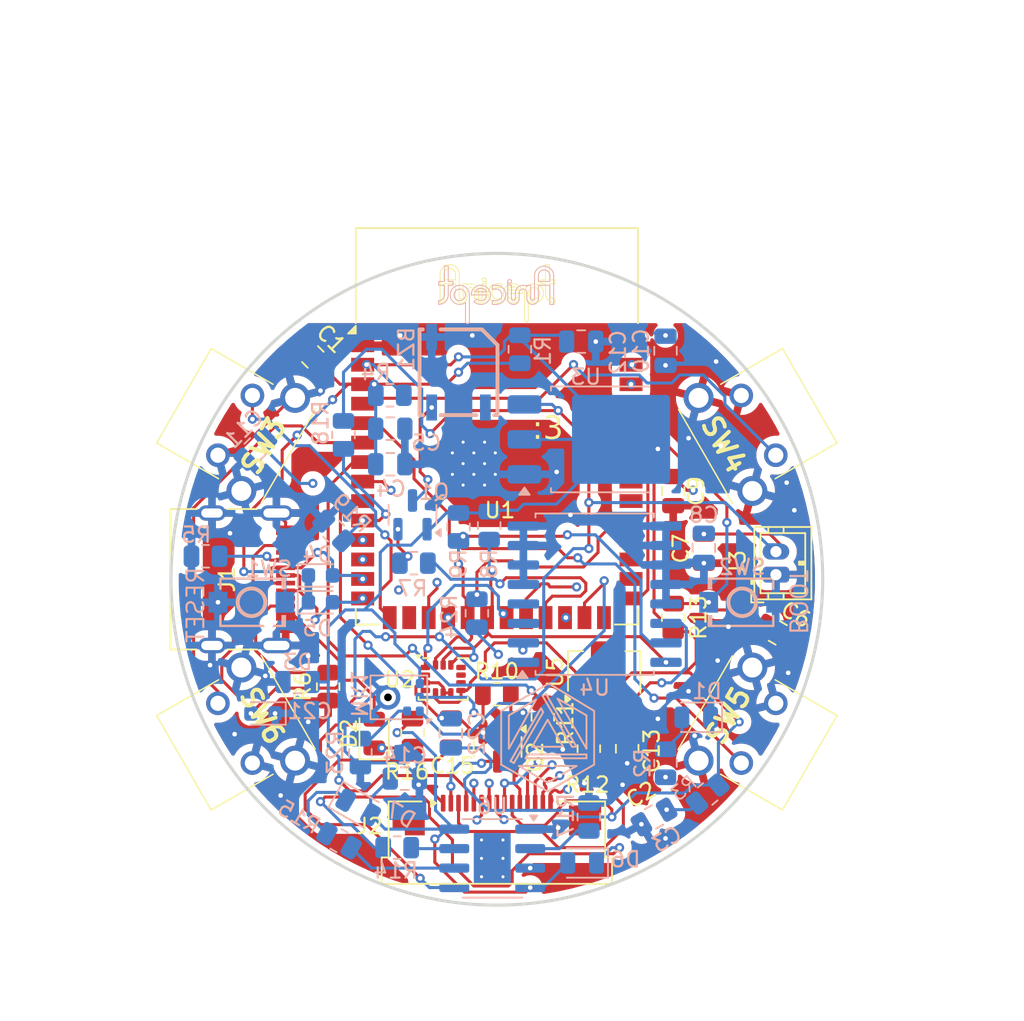
<source format=kicad_pcb>
(kicad_pcb (version 20241229) (generator "pcbnew") (generator_version "9.0")
  (layers (0 "F.Cu" signal) (4 "In1.Cu" signal) (6 "In2.Cu" signal) (2 "B.Cu" signal) (13 "F.Paste" user) (15 "B.Paste" user) (5 "F.SilkS" user "F.Silkscreen") (7 "B.SilkS" user "B.Silkscreen") (1 "F.Mask" user) (3 "B.Mask" user) (25 "Edge.Cuts" user))
  (net 0 "")
  (net 1 "BAT+")
  (net 3 "GND")
  (net 4 "ALL_SCREEN_RST")
  (net 5 "USB_D-")
  (net 9 "Net-(D6-A)")
  (net 10 "EN")
  (net 12 "VBUS")
  (net 15 "MIC_BCLK")
  (net 16 "Net-(D6-K)")
  (net 18 "Net-(U6-PROG)")
  (net 21 "GPIO0")
  (net 23 "Net-(D7-K)")
  (net 24 "+3.3V")
  (net 25 "+5V")
  (net 26 "VDD33")
  (net 27 "Net-(J1-CC1)")
  (net 28 "USB_D+")
  (net 29 "Net-(J1-CC2)")
  (net 32 "Net-(D1-A)")
  (net 33 "SCL")
  (net 34 "CS")
  (net 35 "MISO")
  (net 36 "SDA")
  (net 41 "Net-(BZ1-+)")
  (net 42 "Net-(Q1-B)")
  (net 43 "BUZZER")
  (net 44 "SCREEN_SCL")
  (net 45 "SCREEN_CS")
  (net 46 "Net-(J2-Pin_2)")
  (net 47 "SCREEN_SDA")
  (net 51 "+3V0")
  (net 52 "CTP_INT")
  (net 53 "Net-(J2-Pin_3)")
  (net 54 "MIC_SEL")
  (net 55 "CTP_SDA")
  (net 56 "RS")
  (net 57 "Net-(MK1-DATA)")
  (net 58 "CTP_SCL")
  (net 59 "Net-(Q2-G)")
  (net 60 "BACKLIGHT_DIM")
  (net 61 "Net-(U6-~{CHRG})")
  (net 62 "Net-(U6-~{STDBY})")
  (net 63 "BUTTON1")
  (net 64 "BUTTON2")
  (net 65 "BUTTON3")
  (net 66 "BUTTON4")
  (net 75 "MIC_WS")
  (net 76 "IO17")
  (net 77 "MIC_DATA")
  (footprint "Package_TO_SOT_SMD:SOT-89-3" (layer "F.Cu") (at 107 106.05 90)
    (property "Reference" "U5")
    (property "Value" "MCP1700x-300xxMB")
  )
  (footprint "Resistor_SMD:R_0805_2012Metric" (layer "F.Cu") (at 94.5 110 -90)
    (property "Reference" "R16")
    (property "Value" "0.4")
  )
  (footprint "Package_TO_SOT_SMD:SOT-23" (layer "F.Cu") (at 100.05 110.9375 -90)
    (property "Reference" "Q2")
    (property "Value" "2N7002")
  )
  (footprint "Capacitor_SMD:C_0805_2012Metric" (layer "F.Cu") (at 118.322724 103.5 -30)
    (property "Reference" "C6")
    (property "Value" "0.1µF")
  )
  (footprint "Capacitor_SMD:C_0805_2012Metric" (layer "F.Cu") (at 111.5 94.25 90)
    (property "Reference" "C9")
    (property "Value" "0.1µF")
  )
  (footprint "Capacitor_SMD:C_0805_2012Metric" (layer "F.Cu") (at 97 110 -90)
    (property "Reference" "C15")
    (property "Value" "10µF")
  )
  (footprint "Button_Switch_THT:SW_THT_Right_Angle_118250274" (layer "F.Cu") (at 117 110 60)
    (property "Reference" "SW5")
    (property "Value" "SW_Push" (hide yes))
  )
  (footprint "Button_Switch_THT:SW_THT_Right_Angle_118250274" (layer "F.Cu") (at 83 90 -120)
    (property "Reference" "SW3")
    (property "Value" "SW_Push" (hide yes))
  )
  (footprint "Capacitor_SMD:C_0805_2012Metric" (layer "F.Cu") (at 88 85.5 -45)
    (property "Reference" "C1")
    (property "Value" "1µF")
  )
  (footprint "Resistor_SMD:R_0805_2012Metric" (layer "F.Cu") (at 100 107.5)
    (property "Reference" "R10")
    (property "Value" "100K")
  )
  (footprint "Package_LGA:LGA-14_3x2.5mm_P0.5mm_LayoutBorder3x4y" (layer "F.Cu") (at 96.5 106.5)
    (property "Reference" "U2")
    (property "Value" "LSM6DSM")
  )
  (footprint "Capacitor_SMD:C_0805_2012Metric" (layer "F.Cu") (at 108.5 111.05 90)
    (property "Reference" "C13")
    (property "Value" "1µF")
  )
  (footprint "Connector_JST:JST_ZH_B2B-ZR_1x02_P1.50mm_Vertical" (layer "F.Cu") (at 118.2 99.7 90)
    (property "Reference" "J3")
    (property "Value" "Conn_01x02")
  )
  (footprint "Resistor_SMD:R_0805_2012Metric" (layer "F.Cu") (at 111.5 102.5 -90)
    (property "Reference" "R13")
    (property "Value" "10K")
  )
  (footprint "Diode_SMD:D_0805_2012Metric" (layer "F.Cu") (at 92 110.0625 90)
    (property "Reference" "D2")
    (property "Value" "D_Schottky")
  )
  (footprint "Button_Switch_THT:SW_THT_Right_Angle_118250274" (layer "F.Cu") (at 117 90 120)
    (property "Reference" "SW4")
    (property "Value" "SW_Push" (hide yes))
  )
  (footprint "Resistor_SMD:R_0805_2012Metric" (layer "F.Cu") (at 103 109 -90)
    (property "Reference" "R11")
    (property "Value" "1K")
  )
  (footprint "Connector_USB:USB_C_Receptacle_G-Switch_GT-USB-7010ASV" (layer "F.Cu") (at 82.5 100 -90)
    (property "Reference" "J1")
    (property "Value" "USB_C_Receptacle_USB2.0_16P")
  )
  (footprint "Button_Switch_THT:SW_THT_Right_Angle_118250274" (layer "F.Cu") (at 83 110 -60)
    (property "Reference" "SW6")
    (property "Value" "SW_Push" (hide yes))
  )
  (footprint "Resistor_SMD:R_0805_2012Metric" (layer "F.Cu") (at 89 107 90)
    (property "Reference" "R6")
    (property "Value" "5.1K")
  )
  (footprint "Capacitor_SMD:C_0805_2012Metric" (layer "F.Cu") (at 113.5 98 90)
    (property "Reference" "C7")
    (property "Value" "10µF")
  )
  (footprint "RF_Module:ESP32-S3-WROOM-1" (layer "F.Cu") (at 100 90)
    (property "Reference" "U1")
    (property "Value" "ESP32-S3-WROOM-1")
  )
  (footprint "Capacitor_SMD:C_0805_2012Metric" (layer "F.Cu") (at 110.25 115.5 30)
    (property "Reference" "C2")
    (property "Value" "0.1uF")
  )
  (footprint "Resistor_SMD:R_0805_2012Metric" (layer "F.Cu") (at 106 111.05 -90)
    (property "Reference" "R12")
    (property "Value" "8.2")
  )
  (footprint "Connector_FFC-FPC:Amphenol_F32Q-1A7x1-11015_1x15-1MP_P0.5mm_Horizontal" (layer "F.Cu") (at 100 117.5)
    (property "Reference" "J2")
    (property "Value" "Conn_01x15")
  )
  (footprint "Diode_SMD:D_0603_1608Metric" (layer "B.Cu") (at 84.75 108.75 180)
    (property "Reference" "D3")
    (property "Value" "D_TVS")
  )
  (footprint "Resistor_SMD:R_0805_2012Metric" (layer "B.Cu") (at 101.5 85 -90)
    (property "Reference" "R1")
    (property "Value" "10K")
  )
  (footprint "Diode_SMD:D_0603_1608Metric" (layer "B.Cu") (at 88.5 99.75)
    (property "Reference" "D4")
    (property "Value" "D_TVS")
  )
  (footprint "Capacitor_SMD:C_0805_2012Metric" (layer "B.Cu") (at 84.25 91.5 45)
    (property "Reference" "C11")
    (property "Value" "10µF")
  )
  (footprint "LED_SMD:LED_0805_2012Metric" (layer "B.Cu") (at 105.5625 118.5 180)
    (property "Reference" "D6")
    (property "Value" "LED")
  )
  (footprint "Capacitor_SMD:C_0805_2012Metric" (layer "B.Cu") (at 93.05 90.18)
    (property "Reference" "C5")
    (property "Value" "1µF")
  )
  (footprint "Capacitor_SMD:C_0805_2012Metric" (layer "B.Cu") (at 111 85.1 90)
    (property "Reference" "C10")
    (property "Value" "10µF")
  )
  (footprint "Package_SO:SOIC-16W_7.5x10.3mm_P1.27mm" (layer "B.Cu") (at 106.38 100.9725)
    (property "Reference" "U4")
    (property "Value" "DS3231M")
  )
  (footprint "Resistor_SMD:R_0805_2012Metric" (layer "B.Cu") (at 81 98.5)
    (property "Reference" "R5")
    (property "Value" "5.1K")
  )
  (footprint "Buzzer_Beeper:BUZ-SMD_L5.0-W5.5-P4.60" (layer "B.Cu") (at 97.5 86.5 90)
    (property "Reference" "BZ1")
    (property "Value" "Buzzer")
  )
  (footprint "Resistor_SMD:R_0805_2012Metric" (layer "B.Cu") (at 113.75 114 40)
    (property "Reference" "R3")
    (property "Value" "0")
  )
  (footprint "Package_SO:SOIC-8-1EP_3.9x4.9mm_P1.27mm_EP2.41x3.3mm_ThermalVias" (layer "B.Cu") (at 99.7 118.199999 180)
    (property "Reference" "U6")
    (property "Value" "TP4056-42-ESOP8")
  )
  (footprint "Sensor_Audio:Knowles_SPH0645LM4H-6_3.5x2.65mm" (layer "B.Cu") (at 93.61 107.7 90)
    (property "Reference" "MK1")
    (property "Value" "SPH0645LM4H")
  )
  (footprint "Resistor_SMD:R_0805_2012Metric" (layer "B.Cu") (at 89.709752 117.04375 150)
    (property "Reference" "R15")
    (property "Value" "1K")
  )
  (footprint "Resistor_SMD:R_0805_2012Metric" (layer "B.Cu") (at 111 112 90)
    (property "Reference" "R2")
    (property "Value" "5.1K")
  )
  (footprint "Resistor_SMD:R_0805_2012Metric" (layer "B.Cu") (at 93.5 117.5 180)
    (property "Reference" "R14")
    (property "Value" "1K")
  )
  (footprint "Capacitor_SMD:C_0805_2012Metric" (layer "B.Cu") (at 97 110.05 -90)
    (property "Reference" "C22")
    (property "Value" "220pF")
  )
  (footprint "Resistor_SMD:R_0805_2012Metric" (layer "B.Cu") (at 94.5875 98.95 180)
    (property "Reference" "R7")
    (property "Value" "10K")
  )
  (footprint "Resistor_SMD:R_0805_2012Metric" (layer "B.Cu") (at 93.02 88)
    (property "Reference" "R4")
    (property "Value" "10K")
  )
  (footprint "Package_TO_SOT_SMD:SOT-23" (layer "B.Cu") (at 94.5 95.8 90)
    (property "Reference" "Q1")
    (property "Value" "NPN")
  )
  (footprint "Capacitor_SMD:C_0805_2012Metric" (layer "B.Cu") (at 87 106.7)
    (property "Reference" "C21")
    (property "Value" "1µF")
  )
  (footprint "Capacitor_SMD:C_0805_2012Metric" (layer "B.Cu") (at 94 113)
    (property "Reference" "C14")
    (property "Value" "10µF")
  )
  (footprint "Resistor_SMD:R_0805_2012Metric" (layer "B.Cu") (at 89.354765 96.854765 135)
    (property "Reference" "R19")
    (property "Value" "100K")
  )
  (footprint "Button_Switch_SMD:SW-SMD_L3.9-W3.0-P4.45" (layer "B.Cu") (at 116 101.5 180)
    (property "Reference" "SW2")
    (property "Value" "SW_Push")
  )
  (footprint "Diode_SMD:D_0603_1608Metric" (layer "B.Cu") (at 88.5 101.5)
    (property "Reference" "D5")
    (property "Value" "D_TVS")
  )
  (footprint "Package_TO_SOT_SMD:TO-252-3_TabPin2" (layer "B.Cu") (at 106.84 90.8775)
    (property "Reference" "U3")
    (property "Value" "LM1117DT-3.3")
  )
  (footprint "Capacitor_SMD:C_0805_2012Metric" (layer "B.Cu") (at 113.5 97.95 90)
    (property "Reference" "C8")
    (property "Value" "0.1µF")
  )
  (footprint "Resistor_SMD:R_0805_2012Metric" (layer "B.Cu") (at 91.1 111.3 -90)
    (property "Reference" "R23")
    (property "Value" "10K")
  )
  (footprint "Resistor_SMD:R_0805_2012Metric" (layer "B.Cu") (at 106 115.5 -90)
    (property "Reference" "R17")
    (property "Value" "5K")
  )
  (footprint "Resistor_SMD:R_0805_2012Metric" (layer "B.Cu") (at 97.5 96.5875 90)
    (property "Reference" "R9")
    (property "Value" "10K")
  )
  (footprint "Resistor_SMD:R_0805_2012Metric" (layer "B.Cu") (at 99.5 96.5 -90)
    (property "Reference" "R8")
    (property "Value" "10K")
  )
  (footprint "Resistor_SMD:R_0805_2012Metric" (layer "B.Cu") (at 98.7 102.2125 90)
    (property "Reference" "R24")
    (property "Value" "68")
  )
  (footprint "Resistor_SMD:R_0805_2012Metric" (layer "B.Cu") (at 90 90.5875 -90)
    (property "Reference" "R18")
    (property "Value" "33K")
  )
  (footprint "Button_Switch_SMD:SW-SMD_L3.9-W3.0-P4.45" (layer "B.Cu") (at 84 101.5)
    (property "Reference" "SW1")
    (property "Value" "SW_Push")
  )
  (footprint "LED_SMD:LED_0805_2012Metric" (layer "B.Cu") (at 113 109 180)
    (property "Reference" "D1")
    (property "Value" "POWER")
  )
  (footprint "Capacitor_SMD:C_0805_2012Metric" (layer "B.Cu") (at 93.05 92.5)
    (property "Reference" "C4")
    (property "Value" "0.1µF")
  )
  (footprint "Capacitor_SMD:C_0805_2012Metric" (layer "B.Cu") (at 110.25 115.5 30)
    (property "Reference" "C3")
    (property "Value" "22uF")
  )
  (footprint "Capacitor_SMD:C_0805_2012Metric" (layer "B.Cu") (at 105.5 84.5 180)
    (property "Reference" "C12")
    (property "Value" "0.1µF")
  )
  (footprint "LED_SMD:LED_0805_2012Metric" (layer "B.Cu") (at 90.959752 114.878686 -30)
    (property "Reference" "D7")
    (property "Value" "LED")
  )
  (gr_rect (start 107.4746 107.2) (end 107.6 107.3) (stroke (width 0.2)) (fill no) (layer "F.Cu") (net 24))
  (gr_rect (start 106.4746 107.2) (end 106.6 107.3) (stroke (width 0.2)) (fill no) (layer "F.Cu") (net 24))
  (gr_rect (start 101.5 104.2) (end 101.9 104.6) (stroke (width 0.2)) (fill no) (layer "B.Cu") (net 24))
  (gr_line (start 99.3 80.725) (end 99.3 81.6) (stroke (width 0.0625)) (layer "F.SilkS"))
  (gr_line (start 103.8 80.475) (end 103.425 80.475) (stroke (width 0.0625)) (layer "F.SilkS"))
  (gr_line (start 97.3 80.725) (end 97.3 81.6) (stroke (width 0.0625)) (layer "F.SilkS"))
  (gr_arc (start 99.424997 81.35) (mid 99.424997 81.349989) (end 100.049997 80.725) (stroke (width 0.0625)) (layer "F.SilkS"))
  (gr_line (start 98.05 80.725) (end 97.8 80.725) (stroke (width 0.0625)) (layer "F.SilkS"))
  (gr_arc (start 98.05 80.791989) (mid 98.170591 80.742037) (end 98.3 80.725) (stroke (width 0.0625)) (layer "F.SilkS"))
  (gr_line (start 103.8 81.974998) (end 103.8 81.834123) (stroke (width 0.0625)) (layer "F.SilkS"))
  (gr_arc (start 98.3 80.725) (mid 98.653553 80.871447) (end 98.8 81.225001) (stroke (width 0.0625)) (layer "F.SilkS"))
  (gr_line (start 98.55 81.6) (end 98.55 81.225) (stroke (width 0.0625)) (layer "F.SilkS"))
  (gr_line (start 100.3 80.725) (end 100.3 80.85) (stroke (width 0.0625)) (layer "F.SilkS"))
  (gr_line (start 103.8 80.725) (end 103.8 80.475) (stroke (width 0.0625)) (layer "F.SilkS"))
  (gr_line (start 100.3 81.85) (end 100.3 81.975009) (stroke (width 0.0625)) (layer "F.SilkS"))
  (gr_line (start 103.425 81.35) (end 103.425 80.725) (stroke (width 0.0625)) (layer "F.SilkS"))
  (gr_arc (start 99.05 81.6) (mid 98.925 81.725) (end 98.8 81.6) (stroke (width 0.0625)) (layer "F.SilkS"))
  (gr_line (start 96.55 80.475) (end 96.55 80.1) (stroke (width 0.0625)) (layer "F.SilkS"))
  (gr_arc (start 102.05 83.1) (mid 101.925 83.225) (end 101.8 83.1) (stroke (width 0.0625)) (layer "F.SilkS"))
  (gr_line (start 100.3 81.725) (end 100.3 81.85) (stroke (width 0.0625)) (layer "F.SilkS"))
  (gr_arc (start 96.3 80.099999) (mid 96.483058 79.658058) (end 96.925 79.475) (stroke (width 0.0625)) (layer "F.SilkS"))
  (gr_line (start 103.175 79.475) (end 103.175 80.475) (stroke (width 0.0625)) (layer "F.SilkS"))
  (gr_line (start 96.425 81.975) (end 96.55 81.975) (stroke (width 0.0625)) (layer "F.SilkS"))
  (gr_line (start 100.3 81.975009) (end 100.049975 81.975) (stroke (width 0.0625)) (layer "F.SilkS"))
  (gr_line (start 100.67508 81.14985) (end 101.424988 81.149978) (stroke (width 0.0625)) (layer "F.SilkS"))
  (gr_line (start 103.425 79.475) (end 103.175 79.475) (stroke (width 0.0625)) (layer "F.SilkS"))
  (gr_line (start 103.175 80.475) (end 102.8625 80.475) (stroke (width 0.0625)) (layer "F.SilkS"))
  (gr_line (start 101.403412 81.703694) (end 101.491766 81.792118) (stroke (width 0.0625)) (layer "F.SilkS"))
  (gr_line (start 98.05 80.791989) (end 98.05 80.725) (stroke (width 0.0625)) (layer "F.SilkS"))
  (gr_arc (start 97.8 81.6) (mid 97.675 81.725) (end 97.55 81.6) (stroke (width 0.0625)) (layer "F.SilkS"))
  (gr_line (start 103.175 80.725) (end 103.175 81.35) (stroke (width 0.0625)) (layer "F.SilkS"))
  (gr_circle (center 99.175 80.475) (end 99.3 80.475) (stroke (width 0.0625)) (fill no) (layer "F.SilkS"))
  (gr_arc (start 98.05 81.6) (mid 97.675 81.975) (end 97.3 81.6) (stroke (width 0.0625)) (layer "F.SilkS"))
  (gr_line (start 98.05 81.6) (end 98.05 81.224999) (stroke (width 0.0625)) (layer "F.SilkS"))
  (gr_line (start 103.425 80.475) (end 103.425 79.475) (stroke (width 0.0625)) (layer "F.SilkS"))
  (gr_line (start 103.425001 81.35) (end 103.425 81.35) (stroke (width 0.0625)) (layer "F.SilkS"))
  (gr_line (start 97.3 80.1) (end 97.3 80.475) (stroke (width 0.0625)) (layer "F.SilkS"))
  (gr_arc (start 100.749599 81.04936) (mid 101.050073 80.925) (end 101.424988 81.149978) (stroke (width 0.0625)) (layer "F.SilkS"))
  (gr_line (start 100.675004 81.34985) (end 101.55 81.35) (stroke (width 0.0625)) (layer "F.SilkS"))
  (gr_arc (start 98.05 81.224999) (mid 98.123223 81.048223) (end 98.3 80.975) (stroke (width 0.0625)) (layer "F.SilkS"))
  (gr_circle (center 102.425 81.35) (end 102.8 81.35) (stroke (width 0.0625)) (fill no) (layer "F.SilkS"))
  (gr_line (start 97.55 80.099998) (end 97.55 81.6) (stroke (width 0.0625)) (layer "F.SilkS"))
  (gr_line (start 96.3 81.975) (end 96.3 80.099999) (stroke (width 0.0625)) (layer "F.SilkS"))
  (gr_arc (start 100.049997 81.975) (mid 99.608055 81.791942) (end 99.424997 81.35) (stroke (width 0.0625)) (layer "F.SilkS"))
  (gr_arc (start 101.8 81.35) (mid 102.984017 81.070492) (end 102.05 81.85) (stroke (width 0.0625)) (layer "F.SilkS"))
  (gr_arc (start 96.925 79.475) (mid 97.366942 79.658058) (end 97.55 80.099998) (stroke (width 0.0625)) (layer "F.SilkS"))
  (gr_line (start 101.675 81.35) (end 101.55 81.35) (stroke (width 0.0625)) (layer "F.SilkS"))
  (gr_line (start 96.55 81.975) (end 96.55 80.725) (stroke (width 0.0625)) (layer "F.SilkS"))
  (gr_line (start 101.8 81.35) (end 101.8 83.1) (stroke (width 0.0625)) (layer "F.SilkS"))
  (gr_line (start 102.8625 80.725) (end 103.175 80.725) (stroke (width 0.0625)) (layer "F.SilkS"))
  (gr_line (start 100.3 80.85) (end 100.3 80.975) (stroke (width 0.0625)) (layer "F.SilkS"))
  (gr_line (start 103.425 80.725) (end 103.8 80.725) (stroke (width 0.0625)) (layer "F.SilkS"))
  (gr_arc (start 103.8 81.974998) (mid 103.358058 81.791942) (end 103.175 81.35) (stroke (width 0.0625)) (layer "F.SilkS"))
  (gr_line (start 103.8 81.834123) (end 103.8 81.724999) (stroke (width 0.0625)) (layer "F.SilkS"))
  (gr_arc (start 101.491765 81.792117) (mid 100.810593 81.92733) (end 100.425 81.349751) (stroke (width 0.0625)) (layer "F.SilkS"))
  (gr_line (start 102.05 83.1) (end 102.05 81.85) (stroke (width 0.0625)) (layer "F.SilkS"))
  (gr_arc (start 103.8 81.724999) (mid 103.534835 81.615165) (end 103.425001 81.35) (stroke (width 0.0625)) (layer "F.SilkS"))
  (gr_line (start 101.315058 81.61527) (end 101.403412 81.703694) (stroke (width 0.0625)) (layer "F.SilkS"))
  (gr_arc (start 100.425 81.349751) (mid 101.050125 80.725) (end 101.675 81.350249) (stroke (width 0.0625)) (layer "F.SilkS"))
  (gr_line (start 100.3 80.975) (end 100.049997 80.975) (stroke (width 0.0625)) (layer "F.SilkS"))
  (gr_arc (start 101.315058 81.61527) (mid 100.906355 81.696397) (end 100.675004 81.34985) (stroke (width 0.0625)) (layer "F.SilkS"))
  (gr_arc (start 99.3 81.6) (mid 98.925 81.975) (end 98.55 81.6) (stroke (width 0.0625)) (layer "F.SilkS"))
  (gr_arc (start 98.3 80.975) (mid 98.476777 81.048223) (end 98.55 81.225) (stroke (width 0.0625)) (layer "F.SilkS"))
  (gr_line (start 99.05 80.725) (end 99.3 80.725) (stroke (width 0.0625)) (layer "F.SilkS"))
  (gr_line (start 98.8 81.225001) (end 98.8 81.6) (stroke (width 0.0625)) (layer "F.SilkS"))
  (gr_line (start 102.8625 80.475) (end 102.8625 80.725) (stroke (width 0.0625)) (layer "F.SilkS"))
  (gr_arc (start 100.67508 81.149851) (mid 101.050072 80.925) (end 101.424988 81.149978) (stroke (width 0.0625)) (layer "F.SilkS"))
  (gr_arc (start 96.55 80.1) (mid 96.659835 79.834835) (end 96.925 79.725) (stroke (width 0.0625)) (layer "F.SilkS"))
  (gr_line (start 100.049997 80.725) (end 100.3 80.725) (stroke (width 0.0625)) (layer "F.SilkS"))
  (gr_line (start 96.55 80.725) (end 97.3 80.725) (stroke (width 0.0625)) (layer "F.SilkS"))
  (gr_arc (start 100.049997 81.725) (mid 99.674997 81.35) (end 100.049997 80.975) (stroke (width 0.0625)) (layer "F.SilkS"))
  (gr_line (start 99.3 80.725) (end 99.3 80.475) (stroke (width 0.0625)) (layer "F.SilkS"))
  (gr_line (start 100.049997 81.725) (end 100.3 81.725) (stroke (width 0.0625)) (layer "F.SilkS"))
  (gr_line (start 96.3 81.975) (end 96.425 81.975) (stroke (width 0.0625)) (layer "F.SilkS"))
  (gr_line (start 99.05 81.6) (end 99.05 80.725) (stroke (width 0.0625)) (layer "F.SilkS"))
  (gr_arc (start 96.925 79.725) (mid 97.190165 79.834835) (end 97.3 80.1) (stroke (width 0.0625)) (layer "F.SilkS"))
  (gr_line (start 97.3 80.475) (end 96.55 80.475) (stroke (width 0.0625)) (layer "F.SilkS"))
  (gr_line (start 97.8 80.725) (end 97.8 81.6) (stroke (width 0.0625)) (layer "F.SilkS"))
  (gr_line (start 103.456357 80.578606) (end 103.456357 80.203606) (stroke (width 0.0625)) (layer "B.SilkS"))
  (gr_line (start 101.956357 81.703606) (end 101.956357 81.328605) (stroke (width 0.0625)) (layer "B.SilkS"))
  (gr_line (start 98.602945 81.8073) (end 98.514591 81.895724) (stroke (width 0.0625)) (layer "B.SilkS"))
  (gr_line (start 103.313342 109.164262) (end 102.297798 110.923238) (stroke (width 0.125)) (layer "B.SilkS"))
  (gr_line (start 101.864784 111.673238) (end 105.84443 111.673238) (stroke (width 0.125)) (layer "B.SilkS"))
  (gr_line (start 102.206357 80.828606) (end 102.206357 81.703606) (stroke (width 0.0625)) (layer "B.SilkS"))
  (gr_line (start 101.206357 81.328607) (end 101.206357 81.703606) (stroke (width 0.0625)) (layer "B.SilkS"))
  (gr_line (start 100.782254 111.048238) (end 102.555574 107.85176) (stroke (width 0.125)) (layer "B.SilkS"))
  (gr_arc (start 96.831357 81.453606) (mid 96.648299 81.895548) (end 96.206357 82.078604) (stroke (width 0.0625)) (layer "B.SilkS"))
  (gr_line (start 106.34443 112.086912) (end 103.313342 113.836912) (stroke (width 0.125)) (layer "B.SilkS"))
  (gr_line (start 99.706357 81.828606) (end 99.706357 81.953606) (stroke (width 0.0625)) (layer "B.SilkS"))
  (gr_arc (start 99.95636 80.828606) (mid 100.398304 81.011662) (end 100.58136 81.453606) (stroke (width 0.0625)) (layer "B.SilkS"))
  (gr_line (start 105.84443 108.875588) (end 103.962862 107.789262) (stroke (width 0.125)) (layer "B.SilkS"))
  (gr_line (start 96.831357 80.578606) (end 97.143857 80.578606) (stroke (width 0.0625)) (layer "B.SilkS"))
  (gr_arc (start 102.706357 81.703606) (mid 102.331357 82.078606) (end 101.956357 81.703606) (stroke (width 0.0625)) (layer "B.SilkS"))
  (gr_line (start 104.906236 110.923238) (end 105.194912 110.923238) (stroke (width 0.125)) (layer "B.SilkS"))
  (gr_line (start 96.206357 80.828606) (end 96.206357 80.578606) (stroke (width 0.0625)) (layer "B.SilkS"))
  (gr_line (start 100.956357 81.703606) (end 100.956357 80.828606) (stroke (width 0.0625)) (layer "B.SilkS"))
  (gr_line (start 106.34443 108.586912) (end 106.34443 112.086912) (stroke (width 0.125)) (layer "B.SilkS"))
  (gr_line (start 103.456357 80.828606) (end 102.706357 80.828606) (stroke (width 0.0625)) (layer "B.SilkS"))
  (gr_line (start 102.009122 111.423238) (end 101.864784 111.673238) (stroke (width 0.125)) (layer "B.SilkS"))
  (gr_arc (start 101.206357 81.703606) (mid 101.081357 81.828606) (end 100.956357 81.703606) (stroke (width 0.0625)) (layer "B.SilkS"))
  (gr_line (start 96.581357 81.453606) (end 96.581357 80.828606) (stroke (width 0.0625)) (layer "B.SilkS"))
  (gr_arc (start 101.456357 81.328606) (mid 101.52958 81.151829) (end 101.706357 81.078606) (stroke (width 0.0625)) (layer "B.SilkS"))
  (gr_line (start 99.331277 81.253456) (end 98.581369 81.253584) (stroke (width 0.0625)) (layer "B.SilkS"))
  (gr_arc (start 101.706357 81.078606) (mid 101.883134 81.151829) (end 101.956357 81.328605) (stroke (width 0.0625)) (layer "B.SilkS"))
  (gr_line (start 98.691299 81.718876) (end 98.602945 81.8073) (stroke (width 0.0625)) (layer "B.SilkS"))
  (gr_line (start 96.831357 80.828606) (end 96.831357 81.453606) (stroke (width 0.0625)) (layer "B.SilkS"))
  (gr_line (start 101.956357 80.828606) (end 102.206357 80.828606) (stroke (width 0.0625)) (layer "B.SilkS"))
  (gr_circle (center 100.831357 80.578606) (end 100.706357 80.578606) (stroke (width 0.0625)) (fill no) (layer "B.SilkS"))
  (gr_line (start 96.581356 81.453606) (end 96.581357 81.453606) (stroke (width 0.0625)) (layer "B.SilkS"))
  (gr_line (start 103.706357 82.078606) (end 103.706357 80.203605) (stroke (width 0.0625)) (layer "B.SilkS"))
  (gr_line (start 102.555574 107.85176) (end 100.782254 108.875588) (stroke (width 0.125)) (layer "B.SilkS"))
  (gr_line (start 103.313342 113.836912) (end 100.282254 112.086912) (stroke (width 0.125)) (layer "B.SilkS"))
  (gr_line (start 100.782254 108.875588) (end 100.782254 111.048238) (stroke (width 0.125)) (layer "B.SilkS"))
  (gr_line (start 97.143857 80.578606) (end 97.143857 80.828606) (stroke (width 0.0625)) (layer "B.SilkS"))
  (gr_line (start 100.890506 111.860738) (end 101.107012 111.985738) (stroke (width 0.125)) (layer "B.SilkS"))
  (gr_line (start 101.431772 112.173238) (end 103.313342 113.259562) (stroke (width 0.125)) (layer "B.SilkS"))
  (gr_line (start 96.581357 80.578606) (end 96.581357 79.578606) (stroke (width 0.0625)) (layer "B.SilkS"))
  (gr_line (start 96.581357 79.578606) (end 96.831357 79.578606) (stroke (width 0.0625)) (layer "B.SilkS"))
  (gr_arc (start 101.456357 81.703606) (mid 101.081357 82.078606) (end 100.706357 81.703606) (stroke (width 0.0625)) (layer "B.SilkS"))
  (gr_line (start 105.84443 111.423238) (end 102.009122 111.423238) (stroke (width 0.125)) (layer "B.SilkS"))
  (gr_line (start 102.706357 80.828606) (end 102.706357 81.703606) (stroke (width 0.0625)) (layer "B.SilkS"))
  (gr_line (start 101.107012 111.985738) (end 103.024666 108.664262) (stroke (width 0.125)) (layer "B.SilkS"))
  (gr_arc (start 103.081357 79.828606) (mid 103.346522 79.938441) (end 103.456357 80.203606) (stroke (width 0.0625)) (layer "B.SilkS"))
  (gr_line (start 103.388102 106.793748) (end 106.34443 108.586912) (stroke (width 0.125)) (layer "B.SilkS"))
  (gr_line (start 103.313342 113.259562) (end 105.194912 112.173238) (stroke (width 0.125)) (layer "B.SilkS"))
  (gr_line (start 105.194912 110.923238) (end 103.205088 107.476762) (stroke (width 0.125)) (layer "B.SilkS"))
  (gr_line (start 99.95636 81.828606) (end 99.706357 81.828606) (stroke (width 0.0625)) (layer "B.SilkS"))
  (gr_line (start 102.706357 80.578606) (end 103.456357 80.578606) (stroke (width 0.0625)) (layer "B.SilkS"))
  (gr_arc (start 99.581357 81.453357) (mid 99.195764 82.030935) (end 98.514592 81.895723) (stroke (width 0.0625)) (layer "B.SilkS"))
  (gr_line (start 104.328886 110.923238) (end 103.313342 109.164262) (stroke (width 0.125)) (layer "B.SilkS"))
  (gr_line (start 102.456357 80.203604) (end 102.456357 81.703606) (stroke (width 0.0625)) (layer "B.SilkS"))
  (gr_line (start 99.706357 81.078606) (end 99.95636 81.078606) (stroke (width 0.0625)) (layer "B.SilkS"))
  (gr_arc (start 102.706357 80.203606) (mid 102.816192 79.938441) (end 103.081357 79.828606) (stroke (width 0.0625)) (layer "B.SilkS"))
  (gr_arc (start 102.456357 81.703606) (mid 102.331357 81.828606) (end 102.206357 81.703606) (stroke (width 0.0625)) (layer "B.SilkS"))
  (gr_line (start 98.331357 81.453606) (end 98.456357 81.453606) (stroke (width 0.0625)) (layer "B.SilkS"))
  (gr_arc (start 101.706357 80.828606) (mid 101.835767 80.845643) (end 101.956357 80.895595) (stroke (width 0.0625)) (layer "B.SilkS"))
  (gr_line (start 102.88033 108.414262) (end 100.890506 111.860738) (stroke (width 0.125)) (layer "B.SilkS"))
  (gr_arc (start 101.206357 81.328607) (mid 101.352804 80.975053) (end 101.706357 80.828606) (stroke (width 0.0625)) (layer "B.SilkS"))
  (gr_arc (start 100.58136 81.453606) (mid 100.398302 81.895548) (end 99.95636 82.078606) (stroke (width 0.0625)) (layer "B.SilkS"))
  (gr_line (start 105.84443 111.673238) (end 105.84443 111.423238) (stroke (width 0.125)) (layer "B.SilkS"))
  (gr_line (start 105.84443 111.048238) (end 105.84443 108.875588) (stroke (width 0.125)) (layer "B.SilkS"))
  (gr_line (start 100.282254 112.086912) (end 100.282254 108.586912) (stroke (width 0.125)) (layer "B.SilkS"))
  (gr_arc (start 98.581369 81.253584) (mid 98.956285 81.028606) (end 99.331277 81.253457) (stroke (width 0.0625)) (layer "B.SilkS"))
  (gr_line (start 99.95636 80.828606) (end 99.706357 80.828606) (stroke (width 0.0625)) (layer "B.SilkS"))
  (gr_line (start 101.456357 81.703606) (end 101.456357 81.328606) (stroke (width 0.0625)) (layer "B.SilkS"))
  (gr_line (start 96.206357 80.578606) (end 96.581357 80.578606) (stroke (width 0.0625)) (layer "B.SilkS"))
  (gr_line (start 102.706357 80.203606) (end 102.706357 80.578606) (stroke (width 0.0625)) (layer "B.SilkS"))
  (gr_line (start 102.297798 110.923238) (end 104.328886 110.923238) (stroke (width 0.125)) (layer "B.SilkS"))
  (gr_line (start 99.706357 81.953606) (end 99.706357 82.078615) (stroke (width 0.0625)) (layer "B.SilkS"))
  (gr_arc (start 97.956357 81.953606) (mid 97.02234 81.174098) (end 98.206357 81.453606) (stroke (width 0.0625)) (layer "B.SilkS"))
  (gr_line (start 103.456357 82.078606) (end 103.456357 80.828606) (stroke (width 0.0625)) (layer "B.SilkS"))
  (gr_line (start 99.706357 82.078615) (end 99.956382 82.078606) (stroke (width 0.0625)) (layer "B.SilkS"))
  (gr_arc (start 99.331353 81.453456) (mid 99.1 81.8) (end 98.691299 81.718876) (stroke (width 0.0625)) (layer "B.SilkS"))
  (gr_arc (start 99.95636 81.078606) (mid 100.33136 81.453606) (end 99.95636 81.828606) (stroke (width 0.0625)) (layer "B.SilkS"))
  (gr_line (start 99.331353 81.453456) (end 98.456357 81.453606) (stroke (width 0.0625)) (layer "B.SilkS"))
  (gr_line (start 96.206357 81.937729) (end 96.206357 81.828605) (stroke (width 0.0625)) (layer "B.SilkS"))
  (gr_line (start 96.581357 80.828606) (end 96.206357 80.828606) (stroke (width 0.0625)) (layer "B.SilkS"))
  (gr_line (start 97.956357 83.203606) (end 97.956357 81.953606) (stroke (width 0.0625)) (layer "B.SilkS"))
  (gr_arc (start 98.331357 81.453855) (mid 98.956108 80.828606) (end 99.581357 81.453357) (stroke (width 0.0625)) (layer "B.SilkS"))
  (gr_circle (center 97.581357 81.453606) (end 97.206357 81.453606) (stroke (width 0.0625)) (fill no) (layer "B.SilkS"))
  (gr_line (start 105.84443 111.048238) (end 103.962862 107.789262) (stroke (width 0.125)) (layer "B.SilkS"))
  (gr_line (start 103.706357 82.078606) (end 103.581357 82.078606) (stroke (width 0.0625)) (layer "B.SilkS"))
  (gr_line (start 96.206357 82.078604) (end 96.206357 81.937729) (stroke (width 0.0625)) (layer "B.SilkS"))
  (gr_line (start 102.992254 107.626912) (end 104.906236 110.923238) (stroke (width 0.125)) (layer "B.SilkS"))
  (gr_line (start 100.282254 108.586912) (end 103.388102 106.793748) (stroke (width 0.125)) (layer "B.SilkS"))
  (gr_line (start 100.706357 80.828606) (end 100.706357 80.578606) (stroke (width 0.0625)) (layer "B.SilkS"))
  (gr_line (start 102.88033 108.414262) (end 103.024666 108.664262) (stroke (width 0.125)) (layer "B.SilkS"))
  (gr_line (start 103.581357 82.078606) (end 103.456357 82.078606) (stroke (width 0.0625)) (layer "B.SilkS"))
  (gr_arc (start 103.081357 79.578606) (mid 103.523299 79.761664) (end 103.706357 80.203605) (stroke (width 0.0625)) (layer "B.SilkS"))
  (gr_line (start 98.206357 81.453606) (end 98.206357 83.203606) (stroke (width 0.0625)) (layer "B.SilkS"))
  (gr_line (start 101.956357 80.895595) (end 101.956357 80.828606) (stroke (width 0.0625)) (layer "B.SilkS"))
  (gr_line (start 96.831357 79.578606) (end 96.831357 80.578606) (stroke (width 0.0625)) (layer "B.SilkS"))
  (gr_line (start 99.706357 80.828606) (end 99.706357 80.953606) (stroke (width 0.0625)) (layer "B.SilkS"))
  (gr_line (start 100.956357 80.828606) (end 100.706357 80.828606) (stroke (width 0.0625)) (layer "B.SilkS"))
  (gr_arc (start 98.206357 83.203606) (mid 98.081357 83.328606) (end 97.956357 83.203606) (stroke (width 0.0625)) (layer "B.SilkS"))
  (gr_line (start 103.205088 107.476762) (end 102.972254 107.606912) (stroke (width 0.125)) (layer "B.SilkS"))
  (gr_arc (start 98.581369 81.253584) (mid 98.893733 81.033245) (end 99.256758 81.152966) (stroke (width 0.0625)) (layer "B.SilkS"))
  (gr_line (start 100.706357 80.828606) (end 100.706357 81.703606) (stroke (width 0.0625)) (layer "B.SilkS"))
  (gr_line (start 99.706357 80.953606) (end 99.706357 81.078606) (stroke (width 0.0625)) (layer "B.SilkS"))
  (gr_line (start 97.143857 80.828606) (end 96.831357 80.828606) (stroke (width 0.0625)) (layer "B.SilkS"))
  (gr_arc (start 96.581356 81.453606) (mid 96.471521 81.71877) (end 96.206357 81.828605) (stroke (width 0.0625)) (layer "B.SilkS"))
  (gr_line (start 105.194912 112.173238) (end 101.431772 112.173238) (stroke (width 0.125)) (layer "B.SilkS"))
  (gr_arc (start 102.456357 80.203604) (mid 102.639416 79.761663) (end 103.081357 79.578606) (stroke (width 0.0625)) (layer "B.SilkS"))
  (gr_circle (center 100 100) (end 121.25 100) (stroke (width 0.2)) (fill no) (layer "Edge.Cuts"))
  (gr_text ":3" (at 102.3 91.1 0) (layer "F.SilkS") (effects (font (size 1.5 1.5) (thickness 0.1)) (justify left bottom)))
  (gr_text "RESET" (at 81 99.1 90) (layer "B.SilkS") (effects (font (size 1.1 1.1) (thickness 0.1375)) (justify left bottom mirror)))
  (gr_text "BOOT" (at 119 103.7 270) (layer "B.SilkS") (effects (font (size 1.1 1.1) (thickness 0.1375)) (justify left bottom mirror)))
  (segment (start 88.5 113) (end 87.5 114) (width 0.2) (layer "F.Cu") (net 1))
  (segment (start 90.5 109.5) (end 89.5 109.5) (width 0.2) (layer "F.Cu") (net 1))
  (segment (start 97.148 89) (end 104 89) (width 0.2) (layer "F.Cu") (net 1))
  (segment (start 88.5 116) (end 91.5 116) (width 0.2) (layer "F.Cu") (net 1))
  (segment (start 87.5 115) (end 88.5 116) (width 0.2) (layer "F.Cu") (net 1))
  (segment (start 91.5 116) (end 95 119.5) (width 0.2) (layer "F.Cu") (net 1))
  (segment (start 89.7115 111.7885) (end 88.5 113) (width 0.2) (layer "F.Cu") (net 1))
  (segment (start 97 110.95) (end 96.1615 111.7885) (width 0.2) (layer "F.Cu") (net 1))
  (segment (start 113.5 97.05) (end 117.8 97.05) (width 0.2) (layer "F.Cu") (net 1))
  (segment (start 90.5 108) (end 91 107.5) (width 0.2) (layer "F.Cu") (net 1))
  (segment (start 106 91) (end 104 89) (width 0.2) (layer "F.Cu") (net 1))
  (segment (start 95.648 90.5) (end 97.148 89) (width 0.2) (layer "F.Cu") (net 1))
  (segment (start 90.5 109.5) (end 90.5 108) (width 0.2) (layer "F.Cu") (net 1))
  (segment (start 117.8 97.05) (end 118.5 97.75) (width 0.2) (layer "F.Cu") (net 1))
  (segment (start 92.75 103.75) (end 96.25 103.75) (width 0.2) (layer "F.Cu") (net 1))
  (segment (start 106 95) (end 106 91) (width 0.2) (layer "F.Cu") (net 1))
  (segment (start 87.5 114) (end 87.5 115) (width 0.2) (layer "F.Cu") (net 1))
  (segment (start 89.5 109.5) (end 88.5 110.5) (width 0.2) (layer "F.Cu") (net 1))
  (segment (start 106 95) (end 106 98) (width 0.2) (layer "F.Cu") (net 1))
  (segment (start 88.5 110.5) (end 88.5 113) (width 0.2) (layer "F.Cu") (net 1))
  (segment (start 96.1615 111.7885) (end 89.7115 111.7885) (width 0.2) (layer "F.Cu") (net 1))
  (via (at 106 95) (size 0.6) (drill 0.3) (layers "F.Cu" "B.Cu") (net 1))
  (via (at 92.75 103.75) (size 0.6) (drill 0.3) (layers "F.Cu" "B.Cu") (net 1))
  (via (at 104 89) (size 0.6) (drill 0.3) (layers "F.Cu" "B.Cu") (net 1))
  (via (at 113.5 97.05) (size 0.6) (drill 0.3) (layers "F.Cu" "B.Cu") (net 1))
  (via (at 96.25 103.75) (size 0.6) (drill 0.3) (layers "F.Cu" "B.Cu") (net 1))
  (via (at 106 98) (size 0.6) (drill 0.3) (layers "F.Cu" "B.Cu") (net 1))
  (via (at 95.648 90.5) (size 0.6) (drill 0.3) (layers "F.Cu" "B.Cu") (net 1))
  (via (at 91 107.5) (size 0.6) (drill 0.3) (layers "F.Cu" "B.Cu") (net 1))
  (via (at 95 119.5) (size 0.6) (drill 0.3) (layers "F.Cu" "B.Cu") (net 1))
  (segment (start 90 86.5) (end 90 89.675) (width 0.2) (layer "B.Cu") (net 1))
  (segment (start 103.056 99.944) (end 103.056 105.944) (width 0.2) (layer "B.Cu") (net 1))
  (segment (start 95.099 89.951) (end 95.099 87.599) (width 0.2) (layer "B.Cu") (net 1))
  (segment (start 101.8 88.5975) (end 103.5975 88.5975) (width 0.2) (layer "B.Cu") (net 1))
  (segment (start 92.5 85) (end 91.5 85) (width 0.2) (layer "B.Cu") (net 1))
  (segment (start 91 107.5) (end 90.75 107.25) (width 0.2) (layer "B.Cu") (net 1))
  (segment (start 114.9 95) (end 106 95) (width 0.2) (layer "B.Cu") (net 1))
  (segment (start 90.75 107.25) (end 90.75 103.900057) (width 0.2) (layer "B.Cu") (net 1))
  (segment (start 91.251057 103.399) (end 91.748943 103.399) (width 0.2) (layer "B.Cu") (net 1))
  (segment (start 102.5 106.5) (end 99 106.5) (width 0.2) (layer "B.Cu") (net 1))
  (segment (start 90.75 103.900057) (end 91.251057 103.399) (width 0.2) (layer "B.Cu") (net 1))
  (segment (start 118.5 97.75) (end 117.65 97.75) (width 0.2) (layer "B.Cu") (net 1))
  (segment (start 92.099943 103.75) (end 92.75 103.75) (width 0.2) (layer "B.Cu") (net 1))
  (segment (start 91.5 85) (end 90 86.5) (width 0.2) (layer "B.Cu") (net 1))
  (segment (start 97.225 120.105) (end 95.605 120.105) (width 0.2) (layer "B.Cu") (net 1))
  (segment (start 103.056 105.944) (end 102.5 106.5) (width 0.2) (layer "B.Cu") (net 1))
  (segment (start 99 106.5) (end 96.25 103.75) (width 0.2) (layer "B.Cu") (net 1))
  (segment (start 95.099 87.599) (end 92.5 85) (width 0.2) (layer "B.Cu") (net 1))
  (segment (start 105 98) (end 103.056 99.944) (width 0.2) (layer "B.Cu") (net 1))
  (segment (start 91.748943 103.399) (end 92.099943 103.75) (width 0.2) (layer "B.Cu") (net 1))
  (segment (start 117.65 97.75) (end 114.9 95) (width 0.2) (layer "B.Cu") (net 1))
  (segment (start 95.648 90.5) (end 95.099 89.951) (width 0.2) (layer "B.Cu") (net 1))
  (segment (start 95.605 120.105) (end 95 119.5) (width 0.2) (layer "B.Cu") (net 1))
  (segment (start 103.5975 88.5975) (end 104 89) (width 0.2) (layer "B.Cu") (net 1))
  (segment (start 106 98) (end 105 98) (width 0.2) (layer "B.Cu") (net 1))
  (segment (start 96.4 109.05) (end 96.273152 109.05) (width 0.2) (layer "F.Cu") (net 3))
  (segment (start 96.5 107.048152) (end 96.5 107.4125) (width 0.2) (layer "F.Cu") (net 3))
  (segment (start 95.3 113.4) (end 94.9 113.4) (width 0.2) (layer "F.Cu") (net 3))
  (segment (start 104 109) (end 104.4 108.6) (width 0.2) (layer "F.Cu") (net 3))
  (segment (start 101.121 111.529057) (end 101.751057 110.899) (width 0.2) (layer "F.Cu") (net 3))
  (segment (start 97 109.05) (end 96.4 109.05) (width 0.2) (layer "F.Cu") (net 3))
  (segment (start 101.5 113.689) (end 101.121 113.31) (width 0.2) (layer "F.Cu") (net 3))
  (segment (start 95.3375 106.75) (end 96.201848 106.75) (width 0.2) (layer "F.Cu") (net 3))
  (segment (start 82.898992 91.911057) (end 86.637968 88.172081) (width 0.2) (layer "F.Cu") (net 3))
  (segment (start 101.7 108.7) (end 102 109) (width 0.2) (layer "F.Cu") (net 3))
  (segment (start 104.4 108.6) (end 104.4 108.1) (width 0.2) (layer "F.Cu") (net 3))
  (segment (start 95.3375 106.75) (end 95.3375 106.25) (width 0.2) (layer "F.Cu") (net 3))
  (segment (start 98.5 110) (end 99.1 110) (width 0.2) (layer "F.Cu") (net 3))
  (segment (start 102 109) (end 104 109) (width 0.2) (layer "F.Cu") (net 3))
  (segment (start 99.0875 107.5) (end 99.1 107.5125) (width 0.2) (layer "F.Cu") (net 3))
  (segment (start 94.724 106.999152) (end 94.973152 106.75) (width 0.2) (layer "F.Cu") (net 3))
  (segment (start 96.273152 109.05) (end 94.724 107.500848) (width 0.2) (layer "F.Cu") (net 3))
  (segment (start 86.225 96.28) (end 85.625 95.68) (width 0.2) (layer "F.Cu") (net 3))
  (segment (start 104.4 108.1) (end 104.5 108) (width 0.2) (layer "F.Cu") (net 3))
  (segment (start 96.5 114.6) (end 95.3 113.4) (width 0.2) (layer "F.Cu") (net 3))
  (segment (start 104.099 110.899) (end 104.3 111.1) (width 0.2) (layer "F.Cu") (net 3))
  (segment (start 96.201848 106.75) (end 96.5 107.048152) (width 0.2) (layer "F.Cu") (net 3))
  (segment (start 97 109.05) (end 97.55 109.05) (width 0.2) (layer "F.Cu") (net 3))
  (segment (start 97.55 109.05) (end 98.5 110) (width 0.2) (layer "F.Cu") (net 3))
  (segment (start 86.637968 88.172081) (end 86.843951 88.172081) (width 0.2) (layer "F.Cu") (net 3))
  (segment (start 99.1 107.5125) (end 99.1 110) (width 0.2) (layer "F.Cu") (net 3))
  (segment (start 94.973152 106.75) (end 95.3375 106.75) (width 0.2) (layer "F.Cu") (net 3))
  (segment (start 101.5 114.6) (end 101.5 113.689) (width 0.2) (layer "F.Cu") (net 3))
  (segment (start 101.751057 110.899) (end 104.099 110.899) (width 0.2) (layer "F.Cu") (net 3))
  (segment (start 104.5 108) (end 105.5 108) (width 0.2) (layer "F.Cu") (net 3))
  (segment (start 86.225 96.8) (end 86.225 96.28) (width 0.2) (layer "F.Cu") (net 3))
  (segment (start 81.810048 91.911057) (end 82.898992 91.911057) (width 0.2) (layer "F.Cu") (net 3))
  (segment (start 101.121 113.31) (end 101.121 111.529057) (width 0.2) (layer "F.Cu") (net 3))
  (segment (start 94.724 107.500848) (end 94.724 106.999152) (width 0.2) (layer "F.Cu") (net 3))
  (segment (start 96.5 107.4125) (end 97 107.4125) (width 0.2) (layer "F.Cu") (net 3))
  (via (at 115.1 103.1) (size 0.6) (drill 0.3) (layers "F.Cu" "B.Cu") (net 3))
  (via (at 85.5375 108.75) (size 0.6) (drill 0.3) (layers "F.Cu" "B.Cu") (net 3))
  (via (at 84.9 106.3) (size 0.6) (drill 0.3) (layers "F.Cu" "B.Cu") (net 3))
  (via (at 112.5 90.8) (size 0.6) (drill 0.3) (layers "F.Cu" "B.Cu") (net 3))
  (via (at 104 116.2) (size 0.6) (drill 0.3) (layers "F.Cu" "B.Cu") (net 3))
  (via (at 105.7 113.3) (size 0.6) (drill 0.3) (layers "F.Cu" "B.Cu") (net 3))
  (via (at 101.7 108.7) (size 0.6) (drill 0.3) (layers "F.Cu" "B.Cu") (net 3))
  (via (at 81.815 101.5) (size 0.6) (drill 0.3) (layers "F.Cu" "B.Cu") (net 3))
  (via (at 112.9 110.2) (size 0.6) (drill 0.3) (layers "F.Cu" "B.Cu") (net 3))
  (via (at 114.3 85.8) (size 0.6) (drill 0.3) (layers "F.Cu" "B.Cu") (net 3))
  (via (at 114.4 105.3) (size 0.6) (drill 0.3) (layers "F.Cu" "B.Cu") (net 3))
  (via (at 99.1 110) (size 0.6) (drill 0.3) (layers "F.Cu" "B.Cu") (net 3))
  (via (at 88.5 87.7) (size 0.6) (drill 0.3) (layers "F.Cu" "B.Cu") (net 3))
  (via (at 87.7 109.3) (size 0.6) (drill 0.3) (layers "F.Cu" "B.Cu") (net 3))
  (via (at 104.8 95.8) (size 0.6) (drill 0.3) (layers "F.Cu" "B.Cu") (net 3))
  (via (at 96.4 109.05) (size 0.6) (drill 0.3) (layers "F.Cu" "B.Cu") (net 3))
  (via (at 87.7 105) (size 0.6) (drill 0.3) (layers "F.Cu" "B.Cu") (net 3))
  (via (at 102.175 118.835) (size 0.6) (drill 0.3) (layers "F.Cu" "B.Cu") (net 3))
  (via (at 106.45 84.5) (size 0.6) (drill 0.3) (layers "F.Cu" "B.Cu") (net 3))
  (via (at 108.5 112) (size 0.6) (drill 0.3) (layers "F.Cu" "B.Cu") (net 3))
  (via (at 113.5 98.95) (size 0.6) (drill 0.3) (layers "F.Cu" "B.Cu") (net 3))
  (via (at 112.5 107.3) (size 0.6) (drill 0.3) (layers "F.Cu" "B.Cu") (net 3))
  (via (at 82.6 97) (size 0.6) (drill 0.3) (layers "F.Cu" "B.Cu") (net 3))
  (via (at 119.4 95.5) (size 0.6) (drill 0.3) (layers "F.Cu" "B.Cu") (net 3))
  (via (at 104.3 111.1) (size 0.6) (drill 0.3) (layers "F.Cu" "B.Cu") (net 3))
  (via (at 82.9 110.1) (size 0.6) (drill 0.3) (layers "F.Cu" "B.Cu") (net 3))
  (via (at 111 86.05) (size 0.6) (drill 0.3) (layers "F.Cu" "B.Cu") (net 3))
  (via (at 114.6 91.3) (size 0.6) (drill 0.3) (layers "F.Cu" "B.Cu") (net 3))
  (via (at 103.9 93) (size 0.6) (drill 0.3) (layers "F.Cu" "B.Cu") (net 3))
  (via (at 111 116.9) (size 0.6) (drill 0.3) (layers "F.Cu" "B.Cu") (net 3))
  (via (at 119 106.1) (size 0.6) (drill 0.3) (layers "F.Cu" "B.Cu") (net 3))
  (via (at 85.9 114.1) (size 0.6) (drill 0.3) (layers "F.Cu" "B.Cu") (net 3))
  (via (at 98.4 84.1) (size 0.6) (drill 0.3) (layers "F.Cu" "B.Cu") (net 3))
  (via (at 110.5 109.1) (size 0.6) (drill 0.3) (layers "F.Cu" "B.Cu") (net 3))
  (via (at 93.7 84.1) (size 0.6) (drill 0.3) (layers "F.Cu" "B.Cu") (net 3))
  (via (at 81.3 105.6) (size 0.6) (drill 0.3) (layers "F.Cu" "B.Cu") (net 3))
  (via (at 108.2 113.4) (size 0.6) (drill 0.3) (layers "F.Cu" "B.Cu") (net 3))
  (via (at 109.427276 115.975) (size 0.6) (drill 0.3) (layers "F.Cu" "B.Cu") (net 3))
  (via (at 94.9 113.4) (size 0.6) (drill 0.3) (layers "F.Cu" "B.Cu") (net 3))
  (via (at 118.9 93.7) (size 0.6) (drill 0.3) (layers "F.Cu" "B.Cu") (net 3))
  (segment (start 90.099 109.359192) (end 90.099 111.2115) (width 0.2) (layer "B.Cu") (net 3))
  (segment (start 100.4 108.7) (end 101.7 108.7) (width 0.2) (layer "B.Cu") (net 3))
  (segment (start 81.810048 91.911057) (end 83.317555 91.911057) (width 0.2) (layer "B.Cu") (net 3))
  (segment (start 87.1 102.1125) (end 87.1 103.1) (width 0.2) (layer "B.Cu") (net 3))
  (segment (start 93.924 111.974) (end 94.95 113) (width 0.2) (layer "B.Cu") (net 3))
  (segment (start 92.420192 107.038) (end 90.099 109.359192) (width 0.2) (layer "B.Cu") (net 3))
  (segment (start 99.1 110) (end 100.4 108.7) (width 0.2) (layer "B.Cu") (net 3))
  (segment (start 83.317555 91.911057) (end 83.578249 92.171751) (width 0.2) (layer "B.Cu") (net 3))
  (segment (start 92.9 107.038) (end 92.420192 107.038) (width 0.2) (layer "B.Cu") (net 3))
  (segment (start 87.7125 101.5) (end 87.1 102.1125) (width 0.2) (layer "B.Cu") (net 3))
  (segment (start 110.5 108.7) (end 111.9 107.3) (width 0.2) (layer "B.Cu") (net 3))
  (segment (start 90.099 111.2115) (end 91.1 112.2125) (width 0.2) (layer "B.Cu") (net 3))
  (segment (start 91.1 112.2125) (end 91.3385 111.974) (width 0.2) (layer "B.Cu") (net 3))
  (segment (start 111.9 107.3) (end 112.5 107.3) (width 0.2) (layer "B.Cu") (net 3))
  (segment (start 91.3385 111.974) (end 93.924 111.974) (width 0.2) (layer "B.Cu") (net 3))
  (segment (start 110.5 109.1) (end 110.5 108.7) (width 0.2) (layer "B.Cu") (net 3))
  (segment (start 102 112.6) (end 102 114.6) (width 0.2) (layer "F.Cu") (net 4))
  (segment (start 102.7 111.9) (end 102 112.6) (width 0.2) (layer "F.Cu") (net 4))
  (segment (start 100.5 114.6) (end 100.5 113.3) (width 0.2) (layer "F.Cu") (net 4))
  (via (at 102.7 111.9) (size 0.6) (drill 0.3) (layers "F.Cu" "B.Cu") (net 4))
  (via (at 108.8 86) (size 0.6) (drill 0.3) (layers "F.Cu" "B.Cu") (net 4))
  (via (at 100.5 113.3) (size 0.6) (drill 0.3) (layers "F.Cu" "B.Cu") (net 4))
  (segment (start 101.3 113.3) (end 102.7 111.9) (width 0.2) (layer "B.Cu") (net 4))
  (segment (start 100.5 113.3) (end 101.3 113.3) (width 0.2) (layer "B.Cu") (net 4))
  (segment (start 88.25 98.25) (end 87.25 99.25) (width 0.2) (layer "F.Cu") (net 5))
  (segment (start 85.304 99.299) (end 85.304 100.201) (width 0.2) (layer "F.Cu") (net 5))
  (segment (start 86.225 99.25) (end 85.353 99.25) (width 0.2) (layer "F.Cu") (net 5))
  (segment (start 85.304 100.201) (end 85.353 100.25) (width 0.2) (layer "F.Cu") (net 5))
  (segment (start 87.25 99.25) (end 86.225 99.25) (width 0.2) (layer "F.Cu") (net 5))
  (segment (start 85.353 100.25) (end 86.225 100.25) (width 0.2) (layer "F.Cu") (net 5))
  (segment (start 88.3125 98.25) (end 88.25 98.25) (width 0.2) (layer "F.Cu") (net 5))
  (segment (start 85.353 99.25) (end 85.304 99.299) (width 0.2) (layer "F.Cu") (net 5))
  (via (at 88.3125 98.25) (size 0.6) (drill 0.3) (layers "F.Cu" "B.Cu") (net 5))
  (via (at 91.25 99.98) (size 0.6) (drill 0.3) (layers "F.Cu" "B.Cu") (net 5))
  (segment (start 89.2875 98.7875) (end 89.2875 99.75) (width 0.2) (layer "B.Cu") (net 5))
  (segment (start 88.75 98.25) (end 89.2875 98.7875) (width 0.2) (layer "B.Cu") (net 5))
  (segment (start 91.02 99.75) (end 91.25 99.98) (width 0.2) (layer "B.Cu") (net 5))
  (segment (start 88.3125 98.25) (end 88.75 98.25) (width 0.2) (layer "B.Cu") (net 5))
  (segment (start 89.2875 99.75) (end 91.02 99.75) (width 0.2) (layer "B.Cu") (net 5))
  (segment (start 102.175 120.104999) (end 101.879999 120.4) (width 0.2) (layer "F.Cu") (net 9))
  (segment (start 93.5875 110) (end 94.5 109.0875) (width 0.2) (layer "F.Cu") (net 9))
  (segment (start 101.879999 120.4) (end 97.9 120.4) (width 0.2) (layer "F.Cu") (net 9))
  (segment (start 95.954802 118.454802) (end 95.954802 116.937537) (width 0.2) (layer "F.Cu") (net 9))
  (segment (start 97.9 120.4) (end 95.954802 118.454802) (width 0.2) (layer "F.Cu") (net 9))
  (segment (start 93.5 110) (end 93.5875 110) (width 0.2) (layer "F.Cu") (net 9))
  (via (at 93.5 110) (size 0.6) (drill 0.3) (layers "F.Cu" "B.Cu") (net 9))
  (via (at 95.954802 116.937537) (size 0.6) (drill 0.3) (layers "F.Cu" "B.Cu") (net 9))
  (via (at 102.175 120.104999) (size 0.6) (drill 0.3) (layers "F.Cu" "B.Cu") (net 9))
  (segment (start 103.020001 120.104999) (end 104.625 118.5) (width 0.2) (layer "B.Cu") (net 9))
  (segment (start 93.5 110) (end 94.5 110) (width 0.2) (layer "B.Cu") (net 9))
  (segment (start 96.062463 116.937537) (end 96.705001 116.294999) (width 0.2) (layer "B.Cu") (net 9))
  (segment (start 91.771651 115.347436) (end 91.771651 114.278349) (width 0.2) (layer "B.Cu") (net 9))
  (segment (start 96 115.069999) (end 97.225 116.294999) (width 0.2) (layer "B.Cu") (net 9))
  (segment (start 91.771651 114.278349) (end 93.05 113) (width 0.2) (layer "B.Cu") (net 9))
  (segment (start 97.225 116.294999) (end 92.719214 116.294999) (width 0.2) (layer "B.Cu") (net 9))
  (segment (start 92.719214 116.294999) (end 91.771651 115.347436) (width 0.2) (layer "B.Cu") (net 9))
  (segment (start 96 111.5) (end 96 115.069999) (width 0.2) (layer "B.Cu") (net 9))
  (segment (start 102.175 120.104999) (end 103.020001 120.104999) (width 0.2) (layer "B.Cu") (net 9))
  (segment (start 94.5 110) (end 96 111.5) (width 0.2) (layer "B.Cu") (net 9))
  (segment (start 95.954802 116.937537) (end 96.062463 116.937537) (width 0.2) (layer "B.Cu") (net 9))
  (segment (start 96.705001 116.294999) (end 97.225 116.294999) (width 0.2) (layer "B.Cu") (net 9))
  (segment (start 90.3 87.28) (end 91.25 87.28) (width 0.2) (layer "F.Cu") (net 10))
  (segment (start 96.72 87.28) (end 92 87.28) (width 0.2) (layer "F.Cu") (net 10))
  (segment (start 89.29 88.29) (end 90.3 87.28) (width 0.2) (layer "F.Cu") (net 10))
  (segment (start 89.78 87.28) (end 91.25 87.28) (width 0.2) (layer "F.Cu") (net 10))
  (segment (start 86.97852 90.602895) (end 86.977105 90.602895) (width 0.2) (layer "F.Cu") (net 10))
  (segment (start 86 91.58) (end 86 93.5) (width 0.2) (layer "F.Cu") (net 10))
  (segment (start 86.977105 90.602895) (end 86 91.58) (width 0.2) (layer "F.Cu") (net 10))
  (segment (start 92 87.28) (end 91.25 87.28) (width 0.2) (layer "F.Cu") (net 10))
  (segment (start 97.5 86.5) (end 96.72 87.28) (width 0.2) (layer "F.Cu") (net 10))
  (segment (start 88.671751 86.171751) (end 89.78 87.28) (width 0.2) (layer "F.Cu") (net 10))
  (segment (start 83.5 96) (end 83.5 99.5) (width 0.2) (layer "F.Cu") (net 10))
  (segment (start 86 93.5) (end 83.5 96) (width 0.2) (layer "F.Cu") (net 10))
  (via (at 89.29 88.29) (size 0.6) (drill 0.3) (layers "F.Cu" "B.Cu") (net 10))
  (via (at 97.5 86.5) (size 0.6) (drill 0.3) (layers "F.Cu" "B.Cu") (net 10))
  (via (at 92 87.28) (size 0.6) (drill 0.3) (layers "F.Cu" "B.Cu") (net 10))
  (via (at 86.97852 90.602895) (size 0.6) (drill 0.3) (layers "F.Cu" "B.Cu") (net 10))
  (via (at 83.5 99.5) (size 0.6) (drill 0.3) (layers "F.Cu" "B.Cu") (net 10))
  (segment (start 86.97852 90.602895) (end 86.97852 90.60148) (width 0.2) (layer "B.Cu") (net 10))
  (segment (start 83.5 99.5) (end 86 99.5) (width 0.2) (layer "B.Cu") (net 10))
  (segment (start 92.1075 87.3875) (end 92 87.28) (width 0.2) (layer "B.Cu") (net 10))
  (segment (start 92.1 90.18) (end 92.1 88.0075) (width 0.2) (layer "B.Cu") (net 10))
  (segment (start 92.1075 88) (end 92.1075 87.3875) (width 0.2) (layer "B.Cu") (net 10))
  (segment (start 98.0875 85.9125) (end 97.5 86.5) (width 0.2) (layer "B.Cu") (net 10))
  (segment (start 86 99.5) (end 86.185 99.685) (width 0.2) (layer "B.Cu") (net 10))
  (segment (start 92.1 88.0075) (end 92.1075 88) (width 0.2) (layer "B.Cu") (net 10))
  (segment (start 86.185 99.685) (end 86.185 101.5) (width 0.2) (layer "B.Cu") (net 10))
  (segment (start 86.97852 90.60148) (end 89.29 88.29) (width 0.2) (layer "B.Cu") (net 10))
  (segment (start 92.1 92.5) (end 92.1 90.18) (width 0.2) (layer "B.Cu") (net 10))
  (segment (start 101.5 85.9125) (end 98.0875 85.9125) (width 0.2) (layer "B.Cu") (net 10))
  (segment (start 84.851057 97.799) (end 84.101 98.549057) (width 0.2) (layer "F.Cu") (net 12))
  (segment (start 86.81116 102.4) (end 86.225 102.4) (width 0.2) (layer "F.Cu") (net 12))
  (segment (start 89.48716 107.099) (end 85.6135 107.099) (width 0.2) (layer "F.Cu") (net 12))
  (segment (start 84.101 101.399) (end 82.810414 102.689586) (width 0.2) (layer "F.Cu") (net 12))
  (segment (start 84.101 98.549057) (end 84.101 101.399) (width 0.2) (layer "F.Cu") (net 12))
  (segment (start 90.001 106.58516) (end 90.001 105.58984) (width 0.2) (layer "F.Cu") (net 12))
  (segment (start 92 109.125) (end 92 107.650057) (width 0.2) (layer "F.Cu") (net 12))
  (segment (start 86.225 97.6) (end 86.026 97.799) (width 0.2) (layer "F.Cu") (net 12))
  (segment (start 82.810414 102.689586) (end 82.810414 104.481081) (width 0.2) (layer "F.Cu") (net 12))
  (segment (start 82.810414 104.481081) (end 82.062951 105.228544) (width 0.2) (layer "F.Cu") (net 12))
  (segment (start 86.026 97.799) (end 84.851057 97.799) (width 0.2) (layer "F.Cu") (net 12))
  (segment (start 90.935103 106.58516) (end 90.001 106.58516) (width 0.2) (layer "F.Cu") (net 12))
  (segment (start 82.599 107.099) (end 83.9625 108.4625) (width 0.2) (layer "F.Cu") (net 12))
  (segment (start 90.001 106.58516) (end 89.48716 107.099) (width 0.2) (layer "F.Cu") (net 12))
  (segment (start 83.9625 108.4625) (end 83.9625 108.75) (width 0.2) (layer "F.Cu") (net 12))
  (segment (start 82.062951 106.562951) (end 82.599 107.099) (width 0.2) (layer "F.Cu") (net 12))
  (segment (start 90.001 105.58984) (end 86.81116 102.4) (width 0.2) (layer "F.Cu") (net 12))
  (segment (start 85.6135 107.099) (end 83.9625 108.75) (width 0.2) (layer "F.Cu") (net 12))
  (segment (start 82.062951 105.228544) (end 82.062951 106.562951) (width 0.2) (layer "F.Cu") (net 12))
  (segment (start 92 107.650057) (end 90.935103 106.58516) (width 0.2) (layer "F.Cu") (net 12))
  (via (at 83.9625 108.75) (size 0.6) (drill 0.3) (layers "F.Cu" "B.Cu") (net 12))
  (segment (start 89.8 102.5) (end 91.6 104.3) (width 0.2) (layer "F.Cu") (net 15))
  (segment (start 89.8 95.4) (end 89.8 96.5) (width 0.2) (layer "F.Cu") (net 15))
  (segment (start 90.3 94.9) (end 89.8 95.4) (width 0.2) (layer "F.Cu") (net 15))
  (segment (start 89.8 96.5) (end 89.8 102.5) (width 0.2) (layer "F.Cu") (net 15))
  (segment (start 91.25 94.9) (end 90.3 94.9) (width 0.2) (layer "F.Cu") (net 15))
  (via (at 91.6 104.3) (size 0.6) (drill 0.3) (layers "F.Cu" "B.Cu") (net 15))
  (segment (start 94.1 106.8) (end 94.152 106.8) (width 0.2) (layer "B.Cu") (net 15))
  (segment (start 91.6 104.3) (end 94.1 106.8) (width 0.2) (layer "B.Cu") (net 15))
  (segment (start 102.099 117.901) (end 107.599 117.901) (width 0.2) (layer "F.Cu") (net 16))
  (segment (start 101 119.75) (end 101 119) (width 0.2) (layer "F.Cu") (net 16))
  (segment (start 107.599 117.901) (end 108 117.5) (width 0.2) (layer "F.Cu") (net 16))
  (segment (start 97.106 117) (end 97.106 118.607999) (width 0.2) (layer "F.Cu") (net 16))
  (segment (start 100.75 120) (end 101 119.75) (width 0.2) (layer "F.Cu") (net 16))
  (segment (start 97.106 118.607999) (end 98.498001 120) (width 0.2) (layer "F.Cu") (net 16))
  (segment (start 88.8 114.2) (end 95.2 114.2) (width 0.2) (layer "F.Cu") (net 16))
  (segment (start 95.606 115.5) (end 97.106 117) (width 0.2) (layer "F.Cu") (net 16))
  (segment (start 95.606 114.606) (end 95.606 115.5) (width 0.2) (layer "F.Cu") (net 16))
  (segment (start 98.498001 120) (end 100.75 120) (width 0.2) (layer "F.Cu") (net 16))
  (segment (start 88.5 114.5) (end 88.8 114.2) (width 0.2) (layer "F.Cu") (net 16))
  (segment (start 101 119) (end 102.099 117.901) (width 0.2) (layer "F.Cu") (net 16))
  (segment (start 95.2 114.2) (end 95.606 114.606) (width 0.2) (layer "F.Cu") (net 16))
  (via (at 88.5 114.5) (size 0.6) (drill 0.3) (layers "F.Cu" "B.Cu") (net 16))
  (via (at 108 117.5) (size 0.6) (drill 0.3) (layers "F.Cu" "B.Cu") (net 16))
  (segment (start 108 117.5) (end 107.5 117.5) (width 0.2) (layer "B.Cu") (net 16))
  (segment (start 92 117.5) (end 90.5 116) (width 0.2) (layer "B.Cu") (net 16))
  (segment (start 90 116) (end 88.5 114.5) (width 0.2) (layer "B.Cu") (net 16))
  (segment (start 107.5 117.5) (end 106.5 118.5) (width 0.2) (layer "B.Cu") (net 16))
  (segment (start 92.5875 117.5) (end 92 117.5) (width 0.2) (layer "B.Cu") (net 16))
  (segment (start 90.5 116) (end 90 116) (width 0.2) (layer "B.Cu") (net 16))
  (segment (start 106 116.4125) (end 105.235354 116.4125) (width 0.2) (layer "B.Cu") (net 18))
  (segment (start 104.082855 117.564999) (end 102.174999 117.564999) (width 0.2) (layer "B.Cu") (net 18))
  (segment (start 105.235354 116.4125) (end 104.082855 117.564999) (width 0.2) (layer "B.Cu") (net 18))
  (segment (start 108.75 101.25) (end 109.282 101.25) (width 0.2) (layer "F.Cu") (net 21))
  (segment (start 113.7275 101.5875) (end 113.815 101.5) (width 0.2) (layer "F.Cu") (net 21))
  (segment (start 113.815 101.5) (end 114.315 102) (width 0.2) (layer "F.Cu") (net 21))
  (segment (start 116.475 102) (end 117.5 103.025) (width 0.2) (layer "F.Cu") (net 21))
  (segment (start 115 95.150057) (end 115 96.3) (width 0.2) (layer "F.Cu") (net 21))
  (segment (start 110.748943 90.899) (end 115 95.150057) (width 0.2) (layer "F.Cu") (net 21))
  (segment (start 114.315 102) (end 116.475 102) (width 0.2) (layer "F.Cu") (net 21))
  (segment (start 109.849 91.301057) (end 110.251057 90.899) (width 0.2) (layer "F.Cu") (net 21))
  (segment (start 109.282 101.25) (end 109.849 100.683) (width 0.2) (layer "F.Cu") (net 21))
  (segment (start 110.251057 90.899) (end 110.748943 90.899) (width 0.2) (layer "F.Cu") (net 21))
  (segment (start 111.5 101.5875) (end 113.7275 101.5875) (width 0.2) (layer "F.Cu") (net 21))
  (segment (start 109.849 100.683) (end 109.849 91.301057) (width 0.2) (layer "F.Cu") (net 21))
  (via (at 115 96.3) (size 0.6) (drill 0.3) (layers "F.Cu" "B.Cu") (net 21))
  (via (at 113.815 101.5) (size 0.6) (drill 0.3) (layers "F.Cu" "B.Cu") (net 21))
  (segment (start 115 96.3) (end 115 100.315) (width 0.2) (layer "B.Cu") (net 21))
  (segment (start 115 100.315) (end 113.815 101.5) (width 0.2) (layer "B.Cu") (net 21))
  (segment (start 88.251057 113.899) (end 89.636917 113.899) (width 0.2) (layer "B.Cu") (net 23))
  (segment (start 88.919504 116.5875) (end 87.7 115.367996) (width 0.2) (layer "B.Cu") (net 23))
  (segment (start 87.7 114.450057) (end 88.251057 113.899) (width 0.2) (layer "B.Cu") (net 23))
  (segment (start 87.7 115.367996) (end 87.7 114.450057) (width 0.2) (layer "B.Cu") (net 23))
  (segment (start 89.636917 113.899) (end 90.147853 114.409936) (width 0.2) (layer "B.Cu") (net 23))
  (segment (start 101.23 104.1475) (end 99.8525 104.1475) (width 0.2) (layer "F.Cu") (net 24))
  (segment (start 97.5 85.5) (end 96.99 86.01) (width 0.2) (layer "F.Cu") (net 24))
  (segment (start 103.951 115.232824) (end 103.951 115.049) (width 0.2) (layer "F.Cu") (net 24))
  (segment (start 113 105.4) (end 112.3 106.1) (width 0.2) (layer "F.Cu") (net 24))
  (segment (start 104.556 114.444) (end 106.926752 114.444) (width 0.2) (layer "F.Cu") (net 24))
  (segment (start 101.7 104.6175) (end 102.17 104.1475) (width 0.2) (layer "F.Cu") (net 24))
  (segment (start 98.276 107.000848) (end 98.026848 107.25) (width 0.2) (layer "F.Cu") (net 24))
  (segment (start 101.656087 116.047999) (end 103.135825 116.047999) (width 0.2) (layer "F.Cu") (net 24))
  (segment (start 98.276 106.724) (end 98.276 107.000848) (width 0.2) (layer "F.Cu") (net 24))
  (segment (start 98.026848 107.25) (end 97.6625 107.25) (width 0.2) (layer "F.Cu") (net 24))
  (segment (start 96.99 86.01) (end 91.25 86.01) (width 0.2) (layer "F.Cu") (net 24))
  (segment (start 103.135825 116.047999) (end 103.951 115.232824) (width 0.2) (layer "F.Cu") (net 24))
  (segment (start 101 115.391912) (end 101.656087 116.047999) (width 0.2) (layer "F.Cu") (net 24))
  (segment (start 95.8 112.8) (end 92.5 112.8) (width 0.2) (layer "F.Cu") (net 24))
  (segment (start 90.399 113.799) (end 89.7 113.1) (width 0.2) (layer "F.Cu") (net 24))
  (segment (start 98 114.6) (end 98 113.650057) (width 0.2) (layer "F.Cu") (net 24))
  (segment (start 112.5125 103.4125) (end 113 103.9) (width 0.2) (layer "F.Cu") (net 24))
  (segment (start 98 113.650057) (end 97.149943 112.8) (width 0.2) (layer "F.Cu") (net 24))
  (segment (start 107.5 115.017248) (end 107.5 115.5) (width 0.2) (layer "F.Cu") (net 24))
  (segment (start 96 107.4125) (end 96 107.776848) (width 0.2) (layer "F.Cu") (net 24))
  (segment (start 101 114.6) (end 101 115.391912) (width 0.2) (layer "F.Cu") (net 24))
  (segment (start 111.5 103.4125) (end 112.5125 103.4125) (width 0.2) (layer "F.Cu") (net 24))
  (segment (start 97.149943 112.8) (end 95.8 112.8) (width 0.2) (layer "F.Cu") (net 24))
  (segment (start 96 107.776848) (end 96.249152 108.026) (width 0.2) (layer "F.Cu") (net 24))
  (segment (start 99.25 104.75) (end 99.25 105.75) (width 0.2) (layer "F.Cu") (net 24))
  (segment (start 102.17 104.1475) (end 103.235 104.1475) (width 0.2) (layer "F.Cu") (net 24))
  (segment (start 101.7 104.6175) (end 101.23 104.1475) (width 0.2) (layer "F.Cu") (net 24))
  (segment (start 92.5 112.8) (end 91.8 113.5) (width 0.2) (layer "F.Cu") (net 24))
  (segment (start 103.235 104.1475) (end 107 107.9125) (width 0.2) (layer "F.Cu") (net 24))
  (segment (start 115.8 109.3) (end 112.6 106.1) (width 0.2) (layer "F.Cu") (net 24))
  (segment (start 91.8 113.5) (end 91.501 113.799) (width 0.2) (layer "F.Cu") (net 24))
  (segment (start 96.249152 108.026) (end 97.474 108.026) (width 0.2) (layer "F.Cu") (net 24))
  (segment (start 112.3 106.1) (end 108.8125 106.1) (width 0.2) (layer "F.Cu") (net 24))
  (segment (start 113 103.9) (end 113 105.4) (width 0.2) (layer "F.Cu") (net 24))
  (segment (start 110.25 91.75) (end 110.5 91.5) (width 0.2) (layer "F.Cu") (net 24))
  (segment (start 97.6625 107.8375) (end 97.6625 107.25) (width 0.2) (layer "F.Cu") (net 24))
  (segment (start 91.501 113.799) (end 90.399 113.799) (width 0.2) (layer "F.Cu") (net 24))
  (segment (start 97.474 108.026) (end 97.6625 107.8375) (width 0.2) (layer "F.Cu") (net 24))
  (segment (start 99.25 105.75) (end 98.276 106.724) (width 0.2) (layer "F.Cu") (net 24))
  (segment (start 112.6 106.1) (end 112.3 106.1) (width 0.2) (layer "F.Cu") (net 24))
  (segment (start 103.951 115.049) (end 104.556 114.444) (width 0.2) (layer "F.Cu") (net 24))
  (segment (start 110.25 102.1625) (end 110.25 91.75) (width 0.2) (layer "F.Cu") (net 24))
  (segment (start 111.5 103.4125) (end 110.25 102.1625) (width 0.2) (layer "F.Cu") (net 24))
  (segment (start 99.8525 104.1475) (end 99.25 104.75) (width 0.2) (layer "F.Cu") (net 24))
  (segment (start 108.8125 106.1) (end 107 107.9125) (width 0.2) (layer "F.Cu") (net 24))
  (segment (start 106.926752 114.444) (end 107.5 115.017248) (width 0.2) (layer "F.Cu") (net 24))
  (via (at 110.5 91.5) (size 0.6) (drill 0.3) (layers "F.Cu" "B.Cu") (net 24))
  (via (at 115.8 109.3) (size 0.6) (drill 0.3) (layers "F.Cu" "B.Cu") (net 24))
  (via (at 101.7 104.6175) (size 0.6) (drill 0.3) (layers "F.Cu" "B.Cu") (net 24))
  (via (at 91.5 86) (size 0.6) (drill 0.3) (layers "F.Cu" "B.Cu") (net 24))
  (via (at 107.5 115.5) (size 0.6) (drill 0.3) (layers "F.Cu" "B.Cu") (net 24))
  (via (at 97.5 85.5) (size 0.6) (drill 0.3) (layers "F.Cu" "B.Cu") (net 24))
  (via (at 89.7 113.1) (size 0.6) (drill 0.3) (layers "F.Cu" "B.Cu") (net 24))
  (segment (start 89.009427 110.903616) (end 89.009427 106.7) (width 0.2) (layer "B.Cu") (net 24))
  (segment (start 103.8765 95.101) (end 108.1 90.8775) (width 0.2) (layer "B.Cu") (net 24))
  (segment (start 98.849943 111) (end 99.601 111.751057) (width 0.2) (layer "B.Cu") (net 24))
  (segment (start 114.449016 113.413456) (end 114.449016 110.650984) (width 0.2) (layer "B.Cu") (net 24))
  (segment (start 89.7 111.594189) (end 89.009427 110.903616) (width 0.2) (layer "B.Cu") (net 24))
  (segment (start 93.351 103.501057) (end 91.849943 102) (width 0.2) (layer "B.Cu") (net 24))
  (segment (start 92.4 98.250057) (end 92.874057 97.776) (width 0.2) (layer "B.Cu") (net 24))
  (segment (start 104.867816 115.067816) (end 105.3 115.5) (width 0.2) (layer "B.Cu") (net 24))
  (segment (start 101.352057 95.5) (end 101.751057 95.101) (width 0.2) (layer "B.Cu") (net 24))
  (segment (start 101.5 84.2775) (end 101.5 84.0875) (width 0.2) (layer "B.Cu") (net 24))
  (segment (start 99.248943 112.601) (end 98.349057 112.601) (width 0.2) (layer "B.Cu") (net 24))
  (segment (start 104.1375 84.0875) (end 104.55 84.5) (width 0.2) (layer "B.Cu") (net 24))
  (segment (start 97.899 113.548943) (end 99.417873 115.067816) (width 0.2) (layer "B.Cu") (net 24))
  (segment (start 98.349057 112.601) (end 97.899 113.051057) (width 0.2) (layer "B.Cu") (net 24))
  (segment (start 99.5875 95.5) (end 101.352057 95.5) (width 0.2) (layer "B.Cu") (net 24))
  (segment (start 99.601 112.248943) (end 99.248943 112.601) (width 0.2) (layer "B.Cu") (net 24))
  (segment (start 101.5 84.0875) (end 104.1375 84.0875) (width 0.2) (layer "B.Cu") (net 24))
  (segment (start 89.009427 106.7) (end 89.009427 103.09953) (width 0.2) (layer "B.Cu") (net 24))
  (segment (start 95.45 96.9375) (end 96.7125 95.675) (width 0.2) (layer "B.Cu") (net 24))
  (segment (start 100.5 84.5) (end 100.5 85) (width 0.2) (layer "B.Cu") (net 24))
  (segment (start 108.1 90.8775) (end 101.5 84.2775) (width 0.2) (layer "B.Cu") (net 24))
  (segment (start 91.5 86) (end 91.9325 86) (width 0.2) (layer "B.Cu") (net 24))
  (segment (start 100.9125 84.0875) (end 100.5 84.5) (width 0.2) (layer "B.Cu") (net 24))
  (segment (start 107.5 115.5) (end 109.065079 113.934921) (width 0.2) (layer "B.Cu") (net 24))
  (segment (start 101.8 90.8775) (end 108.1 90.8775) (width 0.2) (layer "B.Cu") (net 24))
  (segment (start 112.255356 113.934921) (end 112.776821 113.413456) (width 0.2) (layer "B.Cu") (net 24))
  (segment (start 92.4 100.949943) (end 92.4 98.250057) (width 0.2) (layer "B.Cu") (net 24))
  (segment (start 101.7 104.6175) (end 101.7 104.1775) (width 0.2) (layer "B.Cu") (net 24))
  (segment (start 100 85.5) (end 97.5 85.5) (width 0.2) (layer "B.Cu") (net 24))
  (segment (start 89.009427 103.09953) (end 90.108957 102) (width 0.2) (layer "B.Cu") (net 24))
  (segment (start 90.108957 102) (end 91.349943 102) (width 0.2) (layer "B.Cu") (net 24))
  (segment (start 93.351 104.200943) (end 93.351 103.501057) (width 0.2) (layer "B.Cu") (net 24))
  (segment (start 94.974 106.8) (end 94.974 105.823943) (width 0.2) (layer "B.Cu") (net 24))
  (segment (start 101.5 84.0875) (end 100.9125 84.0875) (width 0.2) (layer "B.Cu") (net 24))
  (segment (start 112.776821 113.413456) (end 114.449016 113.413456) (width 0.2) (layer "B.Cu") (net 24))
  (segment (start 97.5 95.675) (end 99.4125 95.675) (width 0.2) (layer "B.Cu") (net 24))
  (segment (start 99.4125 95.675) (end 99.5 95.5875) (width 0.2) (layer "B.Cu") (net 24))
  (segment (start 91.349943 102) (end 92.4 100.949943) (width 0.2) (layer "B.Cu") (net 24))
  (segment (start 87.95 106.7) (end 89.009427 106.7) (width 0.2) (layer "B.Cu") (net 24))
  (segment (start 100.5 85) (end 100 85.5) (width 0.2) (layer "B.Cu") (net 24))
  (segment (start 97.899 113.051057) (end 97.899 113.548943) (width 0.2) (layer "B.Cu") (net 24))
  (segment (start 99.5 95.5875) (end 99.5875 95.5) (width 0.2) (layer "B.Cu") (net 24))
  (segment (start 99.417873 115.067816) (end 104.867816 115.067816) (width 0.2) (layer "B.Cu") (net 24))
  (segment (start 114.449016 110.650984) (end 115.8 109.3) (width 0.2) (layer "B.Cu") (net 24))
  (segment (start 105.3 115.5) (end 107.5 115.5) (width 0.2) (layer "B.Cu") (net 24))
  (segment (start 91.849943 102) (end 91.349943 102) (width 0.2) (layer "B.Cu") (net 24))
  (segment (start 91.9325 86) (end 93.9325 88) (width 0.2) (layer "B.Cu") (net 24))
  (segment (start 97 111) (end 98.849943 111) (width 0.2) (layer "B.Cu") (net 24))
  (segment (start 109.065079 113.934921) (end 112.255356 113.934921) (width 0.2) (layer "B.Cu") (net 24))
  (segment (start 96.7125 95.675) (end 97.5 95.675) (width 0.2) (layer "B.Cu") (net 24))
  (segment (start 89.7 113.1) (end 89.7 111.594189) (width 0.2) (layer "B.Cu") (net 24))
  (segment (start 94.4115 97.776) (end 95.45 96.7375) (width 0.2) (layer "B.Cu") (net 24))
  (segment (start 99.601 111.751057) (end 99.601 112.248943) (width 0.2) (layer "B.Cu") (net 24))
  (segment (start 101.7 104.1775) (end 101.73 104.1475) (width 0.2) (layer "B.Cu") (net 24))
  (segment (start 101.751057 95.101) (end 103.8765 95.101) (width 0.2) (layer "B.Cu") (net 24))
  (segment (start 94.974 105.823943) (end 93.351 104.200943) (width 0.2) (layer "B.Cu") (net 24))
  (segment (start 92.874057 97.776) (end 94.4115 97.776) (width 0.2) (layer "B.Cu") (net 24))
  (segment (start 94.5375 110.95) (end 94.5 110.9125) (width 0.2) (layer "F.Cu") (net 25))
  (segment (start 94.4125 111) (end 94.5 110.9125) (width 0.2) (layer "F.Cu") (net 25))
  (segment (start 92 111) (end 94.4125 111) (width 0.2) (layer "F.Cu") (net 25))
  (segment (start 92.0875 110.9125) (end 92 111) (width 0.2) (layer "F.Cu") (net 25))
  (via (at 88 93.75) (size 0.6) (drill 0.3) (layers "F.Cu" "B.Cu") (net 25))
  (via (at 92.5 111) (size 0.6) (drill 0.3) (layers "F.Cu" "B.Cu") (net 25))
  (segment (start 84.921751 91.535268) (end 87.136483 93.75) (width 0.2) (layer "B.Cu") (net 25))
  (segment (start 87.136483 93.75) (end 88 93.75) (width 0.2) (layer "B.Cu") (net 25))
  (segment (start 84.921751 90.828249) (end 84.921751 91.535268) (width 0.2) (layer "B.Cu") (net 25))
  (segment (start 111.5 93.3) (end 112.4 94.2) (width 0.2) (layer "F.Cu") (net 26))
  (segment (start 112.4 94.2) (end 112.8 94.2) (width 0.2) (layer "F.Cu") (net 26))
  (via (at 112.8 94.2) (size 0.6) (drill 0.3) (layers "F.Cu" "B.Cu") (net 26))
  (via (at 111 112.9) (size 0.6) (drill 0.3) (layers "F.Cu" "B.Cu") (net 26))
  (via (at 111 84.1) (size 0.6) (drill 0.3) (layers "F.Cu" "B.Cu") (net 26))
  (via (at 111.072724 115.025) (size 0.6) (drill 0.3) (layers "F.Cu" "B.Cu") (net 26))
  (segment (start 111.134268 115.086544) (end 111.072724 115.025) (width 0.2) (layer "B.Cu") (net 26))
  (segment (start 110.25 83.95) (end 110.6 83.95) (width 0.2) (layer "B.Cu") (net 26))
  (segment (start 111.12694 112.9125) (end 111 112.9125) (width 0.2) (layer "B.Cu") (net 26))
  (segment (start 111.072724 115.025) (end 112.612528 115.025) (width 0.2) (layer "B.Cu") (net 26))
  (segment (start 112.612528 115.025) (end 113.050984 114.586544) (width 0.2) (layer "B.Cu") (net 26))
  (segment (start 85.25 98.75) (end 85 98.5) (width 0.2) (layer "F.Cu") (net 27))
  (segment (start 86.225 98.75) (end 85.25 98.75) (width 0.2) (layer "F.Cu") (net 27))
  (via (at 85 98.5) (size 0.6) (drill 0.3) (layers "F.Cu" "B.Cu") (net 27))
  (segment (start 81.9125 98.5) (end 85 98.5) (width 0.2) (layer "B.Cu") (net 27))
  (segment (start 86.225 100.75) (end 87.097 100.75) (width 0.2) (layer "F.Cu") (net 28))
  (segment (start 88.264987 102.527991) (end 88.151768 102.64121) (width 0.2) (layer "F.Cu") (net 28))
  (segment (start 87.097 100.75) (end 87.146 100.701) (width 0.2) (layer "F.Cu") (net 28))
  (segment (start 88.264987 101.917987) (end 88.264987 102.527991) (width 0.2) (layer "F.Cu") (net 28))
  (segment (start 87.097 100.75) (end 88.264987 101.917987) (width 0.2) (layer "F.Cu") (net 28))
  (segment (start 87.146 100.701) (end 87.146 99.799) (width 0.2) (layer "F.Cu") (net 28))
  (segment (start 87.097 99.75) (end 86.225 99.75) (width 0.2) (layer "F.Cu") (net 28))
  (segment (start 87.146 99.799) (end 87.097 99.75) (width 0.2) (layer "F.Cu") (net 28))
  (via (at 91.25 101.25) (size 0.6) (drill 0.3) (layers "F.Cu" "B.Cu") (net 28))
  (via (at 88.151768 102.64121) (size 0.6) (drill 0.3) (layers "F.Cu" "B.Cu") (net 28))
  (segment (start 88.151768 102.64121) (end 88.869513 101.923465) (width 0.2) (layer "B.Cu") (net 28))
  (segment (start 89.2875 101.5) (end 91 101.5) (width 0.2) (layer "B.Cu") (net 28))
  (segment (start 88.869513 101.917987) (end 89.2875 101.5) (width 0.2) (layer "B.Cu") (net 28))
  (segment (start 91 101.5) (end 91.25 101.25) (width 0.2) (layer "B.Cu") (net 28))
  (segment (start 88.869513 101.923465) (end 88.869513 101.917987) (width 0.2) (layer "B.Cu") (net 28))
  (segment (start 85.709715 106.0875) (end 89 106.0875) (width 0.2) (layer "F.Cu") (net 29))
  (segment (start 86.225 101.75) (end 85.25 101.75) (width 0.2) (layer "F.Cu") (net 29))
  (segment (start 84.274 102.726) (end 84.274 104.651785) (width 0.2) (layer "F.Cu") (net 29))
  (segment (start 84.274 104.651785) (end 85.709715 106.0875) (width 0.2) (layer "F.Cu") (net 29))
  (segment (start 85.25 101.75) (end 84.274 102.726) (width 0.2) (layer "F.Cu") (net 29))
  (segment (start 111 111.0875) (end 112.0625 110.025) (width 0.2) (layer "B.Cu") (net 32))
  (segment (start 112.0625 110.025) (end 112.0625 109) (width 0.2) (layer "B.Cu") (net 32))
  (segment (start 109.3565 103.744) (end 99.659 103.744) (width 0.2) (layer "F.Cu") (net 33))
  (segment (start 99.7 99.398) (end 99.7 99.956057) (width 0.2) (layer "F.Cu") (net 33))
  (segment (start 99.7 101.728472) (end 99.365 102.063472) (width 0.2) (layer "F.Cu") (net 33))
  (segment (start 99.365 102.063472) (end 99.365 102.5) (width 0.2) (layer "F.Cu") (net 33))
  (segment (start 111.03 105.4175) (end 109.3565 103.744) (width 0.2) (layer "F.Cu") (net 33))
  (segment (start 99.604 100.052057) (end 99.604 100.549943) (width 0.2) (layer "F.Cu") (net 33))
  (segment (start 96.5 105.223152) (end 97.223152 104.5) (width 0.2) (layer "F.Cu") (net 33))
  (segment (start 96.5 105.5875) (end 96.5 105.223152) (width 0.2) (layer "F.Cu") (net 33))
  (segment (start 98.5 104.5) (end 99.365 103.635) (width 0.2) (layer "F.Cu") (net 33))
  (segment (start 99.7 100.645943) (end 99.7 101.728472) (width 0.2) (layer "F.Cu") (net 33))
  (segment (start 99.659 103.744) (end 99.365 103.45) (width 0.2) (layer "F.Cu") (net 33))
  (segment (start 99.365 103.45) (end 99.365 102.5) (width 0.2) (layer "F.Cu") (net 33))
  (segment (start 99.604 100.549943) (end 99.7 100.645943) (width 0.2) (layer "F.Cu") (net 33))
  (segment (start 97.223152 104.5) (end 98.5 104.5) (width 0.2) (layer "F.Cu") (net 33))
  (segment (start 99.7 99.956057) (end 99.604 100.052057) (width 0.2) (layer "F.Cu") (net 33))
  (segment (start 99.365 103.635) (end 99.365 102.5) (width 0.2) (layer "F.Cu") (net 33))
  (via (at 99.7 99.398) (size 0.6) (drill 0.3) (layers "F.Cu" "B.Cu") (net 33))
  (via (at 111.03 105.4175) (size 0.6) (drill 0.3) (layers "F.Cu" "B.Cu") (net 33))
  (segment (start 99.5 99.198) (end 99.7 99.398) (width 0.2) (layer "B.Cu") (net 33))
  (segment (start 99.5 97.4125) (end 99.5 99.198) (width 0.2) (layer "B.Cu") (net 33))
  (segment (start 98.4 105) (end 97.548152 105) (width 0.2) (layer "F.Cu") (net 34))
  (segment (start 97.548152 105) (end 97 105.548152) (width 0.2) (layer "F.Cu") (net 34))
  (segment (start 98.5 105.1) (end 98.4 105) (width 0.2) (layer "F.Cu") (net 34))
  (segment (start 97 105.548152) (end 97 105.5875) (width 0.2) (layer "F.Cu") (net 34))
  (via (at 98.5 105.1) (size 0.6) (drill 0.3) (layers "F.Cu" "B.Cu") (net 34))
  (via (at 96.825 102.5) (size 0.6) (drill 0.3) (layers "F.Cu" "B.Cu") (net 34))
  (segment (start 98.5 104.500001) (end 96.825 102.825001) (width 0.2) (layer "B.Cu") (net 34))
  (segment (start 96.825 102.825001) (end 96.825 102.5) (width 0.2) (layer "B.Cu") (net 34))
  (segment (start 98.5 105.1) (end 98.5 104.500001) (width 0.2) (layer "B.Cu") (net 34))
  (segment (start 100.418252 102.2425) (end 100.418252 102.283252) (width 0.2) (layer "F.Cu") (net 35))
  (segment (start 95.3375 104.6625) (end 95.3375 105.75) (width 0.2) (layer "F.Cu") (net 35))
  (segment (start 100.418252 102.283252) (end 100.635 102.5) (width 0.2) (layer "F.Cu") (net 35))
  (segment (start 95.5 104.5) (end 95.3375 104.6625) (width 0.2) (layer "F.Cu") (net 35))
  (via (at 100.418252 102.2425) (size 0.6) (drill 0.3) (layers "F.Cu" "B.Cu") (net 35))
  (via (at 95.5 104.5) (size 0.6) (drill 0.3) (layers "F.Cu" "B.Cu") (net 35))
  (segment (start 97.250057 100.4) (end 95.5 102.150057) (width 0.2) (layer "B.Cu") (net 35))
  (segment (start 100.103701 101.927949) (end 100.103701 101.103701) (width 0.2) (layer "B.Cu") (net 35))
  (segment (start 99.4 100.4) (end 97.250057 100.4) (width 0.2) (layer "B.Cu") (net 35))
  (segment (start 100.418252 102.2425) (end 100.103701 101.927949) (width 0.2) (layer "B.Cu") (net 35))
  (segment (start 95.5 102.150057) (end 95.5 104.5) (width 0.2) (layer "B.Cu") (net 35))
  (segment (start 100.103701 101.103701) (end 99.4 100.4) (width 0.2) (layer "B.Cu") (net 35))
  (segment (start 97.5 99) (end 97.8 99.3) (width 0.2) (layer "F.Cu") (net 36))
  (segment (start 98.095 103.400464) (end 98.285919 103.591383) (width 0.2) (layer "F.Cu") (net 36))
  (segment (start 98.285919 103.930795) (end 98.201066 104.015649) (width 0.2) (layer "F.Cu") (net 36))
  (segment (start 104.502 97.198) (end 99.3 97.198) (width 0.2) (layer "F.Cu") (net 36))
  (segment (start 96 105.156052) (end 96 105.5875) (width 0.2) (layer "F.Cu") (net 36))
  (segment (start 98 102.405) (end 98.095 102.5) (width 0.2) (layer "F.Cu") (net 36))
  (segment (start 97.8 101.065572) (end 98 101.265572) (width 0.2) (layer "F.Cu") (net 36))
  (segment (start 98.095 102.5) (end 98.095 103.061052) (width 0.2) (layer "F.Cu") (net 36))
  (segment (start 97.076828 104.079224) (end 96 105.156052) (width 0.2) (layer "F.Cu") (net 36))
  (segment (start 99.3 97.198) (end 97.802 97.198) (width 0.2) (layer "F.Cu") (net 36))
  (segment (start 97.246471 103.909582) (end 97.076828 104.079224) (width 0.2) (layer "F.Cu") (net 36))
  (segment (start 97.802 97.198) (end 97.8 97.2) (width 0.2) (layer "F.Cu") (net 36))
  (segment (start 97.861654 104.015649) (end 97.670736 103.824731) (width 0.2) (layer "F.Cu") (net 36))
  (segment (start 104.6 97.1) (end 104.502 97.198) (width 0.2) (layer "F.Cu") (net 36))
  (segment (start 97.331324 103.824731) (end 97.246471 103.909582) (width 0.2) (layer "F.Cu") (net 36))
  (segment (start 97.8 99.3) (end 97.8 101.065572) (width 0.2) (layer "F.Cu") (net 36))
  (segment (start 98 101.265572) (end 98 102.405) (width 0.2) (layer "F.Cu") (net 36))
  (via (at 97.5 99) (size 0.6) (drill 0.3) (layers "F.Cu" "B.Cu") (net 36))
  (via (at 104.6 97.1) (size 0.6) (drill 0.3) (layers "F.Cu" "B.Cu") (net 36))
  (via (at 97.8 97.2) (size 0.6) (drill 0.3) (layers "F.Cu" "B.Cu") (net 36))
  (arc (start 98.285919 103.591383) (mid 98.356213 103.76109) (end 98.285919 103.930795) (width 0.2) (layer "F.Cu") (net 36))
  (arc (start 97.670736 103.824731) (mid 97.501031 103.754435) (end 97.331324 103.824731) (width 0.2) (layer "F.Cu") (net 36))
  (arc (start 98.201066 104.015649) (mid 98.031361 104.085943) (end 97.861654 104.015649) (width 0.2) (layer "F.Cu") (net 36))
  (arc (start 98.095 103.061052) (mid 98.024704 103.230759) (end 98.095 103.400464) (width 0.2) (layer "F.Cu") (net 36))
  (segment (start 110.005001 104.1475) (end 109.401 103.543499) (width 0.2) (layer "B.Cu") (net 36))
  (segment (start 111.03 104.1475) (end 110.005001 104.1475) (width 0.2) (layer "B.Cu") (net 36))
  (segment (start 109.401 103.543499) (end 109.401 100.0839) (width 0.2) (layer "B.Cu") (net 36))
  (segment (start 97.8 97.2) (end 97.5 97.5) (width 0.2) (layer "B.Cu") (net 36))
  (segment (start 106.4171 97.1) (end 104.6 97.1) (width 0.2) (layer "B.Cu") (net 36))
  (segment (start 109.401 100.0839) (end 106.4171 97.1) (width 0.2) (layer "B.Cu") (net 36))
  (segment (start 97.5 97.5) (end 97.5 99) (width 0.2) (layer "B.Cu") (net 36))
  (segment (start 95 89.55) (end 95 93) (width 0.2) (layer "F.Cu") (net 41))
  (segment (start 95.75 88.8) (end 95 89.55) (width 0.2) (layer "F.Cu") (net 41))
  (segment (start 95 93) (end 95.5 93.5) (width 0.2) (layer "F.Cu") (net 41))
  (via (at 95.75 88.8) (size 0.6) (drill 0.3) (layers "F.Cu" "B.Cu") (net 41))
  (via (at 95.5 93.5) (size 0.6) (drill 0.3) (layers "F.Cu" "B.Cu") (net 41))
  (segment (start 94.5 95.0625) (end 95.5 94.0625) (width 0.2) (layer "B.Cu") (net 41))
  (segment (start 95.5 94.0625) (end 95.5 93.5) (width 0.2) (layer "B.Cu") (net 41))
  (segment (start 93.55 97.85) (end 93.55 96.7375) (width 0.2) (layer "F.Cu") (net 42))
  (segment (start 94.2 98.5) (end 93.55 97.85) (width 0.2) (layer "F.Cu") (net 42))
  (via (at 93.55 96.7375) (size 0.6) (drill 0.3) (layers "F.Cu" "B.Cu") (net 42))
  (via (at 94.2 98.5) (size 0.6) (drill 0.3) (layers "F.Cu" "B.Cu") (net 42))
  (segment (start 93.675 97.0625) (end 93.55 96.9375) (width 0.2) (layer "B.Cu") (net 42))
  (segment (start 103.175 102.5) (end 103.175 101.55) (width 0.2) (layer "F.Cu") (net 43))
  (segment (start 105.801 100.251057) (end 105.448943 99.899) (width 0.2) (layer "F.Cu") (net 43))
  (segment (start 100.205 100.301) (end 100.205 100.295) (width 0.2) (layer "F.Cu") (net 43))
  (segment (start 100.607 99.899) (end 100.205 100.301) (width 0.2) (layer "F.Cu") (net 43))
  (segment (start 105.801 100.748943) (end 105.801 100.251057) (width 0.2) (layer "F.Cu") (net 43))
  (segment (start 105.448943 101.101) (end 105.801 100.748943) (width 0.2) (layer "F.Cu") (net 43))
  (segment (start 105.448943 99.899) (end 100.607 99.899) (width 0.2) (layer "F.Cu") (net 43))
  (segment (start 103.175 101.55) (end 103.624 101.101) (width 0.2) (layer "F.Cu") (net 43))
  (segment (start 103.624 101.101) (end 105.448943 101.101) (width 0.2) (layer "F.Cu") (net 43))
  (via (at 100.205 100.301) (size 0.6) (drill 0.3) (layers "F.Cu" "B.Cu") (net 43))
  (segment (start 100.205 100.301) (end 100.201 100.301) (width 0.2) (layer "B.Cu") (net 43))
  (segment (start 95.95 98.95) (end 95.5 98.95) (width 0.2) (layer "B.Cu") (net 43))
  (segment (start 97.002 99.998) (end 97 100) (width 0.2) (layer "B.Cu") (net 43))
  (segment (start 97 100) (end 95.95 98.95) (width 0.2) (layer "B.Cu") (net 43))
  (segment (start 99.898 99.998) (end 97.002 99.998) (width 0.2) (layer "B.Cu") (net 43))
  (segment (start 100.201 100.301) (end 99.898 99.998) (width 0.2) (layer "B.Cu") (net 43))
  (segment (start 99.5 114.6) (end 99.5 113.3) (width 0.2) (layer "F.Cu") (net 44))
  (via (at 91.25 97.44) (size 0.6) (drill 0.3) (layers "F.Cu" "B.Cu") (net 44))
  (via (at 93.6 100.7) (size 0.6) (drill 0.3) (layers "F.Cu" "B.Cu") (net 44))
  (via (at 99.5 113.3) (size 0.6) (drill 0.3) (layers "F.Cu" "B.Cu") (net 44))
  (segment (start 98.7 115.7) (end 99 115.4) (width 0.2) (layer "F.Cu") (net 45))
  (segment (start 91.25 93.63) (end 92.53 93.63) (width 0.2) (layer "F.Cu") (net 45))
  (segment (start 92.53 93.63) (end 93.1 94.2) (width 0.2) (layer "F.Cu") (net 45))
  (segment (start 99 115.4) (end 99 114.6) (width 0.2) (layer "F.Cu") (net 45))
  (via (at 98.7 115.7) (size 0.6) (drill 0.3) (layers "F.Cu" "B.Cu") (net 45))
  (via (at 93.1 94.2) (size 0.6) (drill 0.3) (layers "F.Cu" "B.Cu") (net 45))
  (segment (start 99 112) (end 99.125 111.875) (width 0.2) (layer "F.Cu") (net 46))
  (segment (start 99.125 111.875) (end 100.05 111.875) (width 0.2) (layer "F.Cu") (net 46))
  (segment (start 97 113.5) (end 97 114.6) (width 0.2) (layer "F.Cu") (net 46))
  (via (at 99 112) (size 0.6) (drill 0.3) (layers "F.Cu" "B.Cu") (net 46))
  (via (at 97 113.5) (size 0.6) (drill 0.3) (layers "F.Cu" "B.Cu") (net 46))
  (segment (start 97.61 112) (end 99 112) (width 0.2) (layer "B.Cu") (net 46))
  (segment (start 97 113.5) (end 97 112.61) (width 0.2) (layer "B.Cu") (net 46))
  (segment (start 97 112.61) (end 97.61 112) (width 0.2) (layer "B.Cu") (net 46))
  (segment (start 100 114.6) (end 100 115.201099) (width 0.2) (layer "F.Cu") (net 47))
  (segment (start 104.075361 100.5) (end 105.2 100.5) (width 0.2) (layer "F.Cu") (net 47))
  (segment (start 102.683674 100.516326) (end 102.7 100.5) (width 0.2) (layer "F.Cu") (net 47))
  (segment (start 103.5 100.5) (end 103.9 100.5) (width 0.2) (layer "F.Cu") (net 47))
  (segment (start 100 115.201099) (end 100.467717 115.668816) (width 0.2) (layer "F.Cu") (net 47))
  (segment (start 101.905 101.295) (end 102.683674 100.516326) (width 0.2) (layer "F.Cu") (net 47))
  (segment (start 102.9 100.3) (end 103.3 100.3) (width 0.2) (layer "F.Cu") (net 47))
  (segment (start 101.905 102.5) (end 101.905 101.295) (width 0.2) (layer "F.Cu") (net 47))
  (segment (start 103.9 100.5) (end 104.075361 100.5) (width 0.2) (layer "F.Cu") (net 47))
  (via (at 100.467717 115.668816) (size 0.6) (drill 0.3) (layers "F.Cu" "B.Cu") (net 47))
  (via (at 105.2 100.5) (size 0.6) (drill 0.3) (layers "F.Cu" "B.Cu") (net 47))
  (arc (start 102.7 100.5) (mid 102.770711 100.470711) (end 102.8 100.4) (width 0.2) (layer "F.Cu") (net 47))
  (arc (start 102.8 100.4) (mid 102.829289 100.329289) (end 102.9 100.3) (width 0.2) (layer "F.Cu") (net 47))
  (arc (start 103.4 100.4) (mid 103.429289 100.470711) (end 103.5 100.5) (width 0.2) (layer "F.Cu") (net 47))
  (arc (start 103.3 100.3) (mid 103.370711 100.329289) (end 103.4 100.4) (width 0.2) (layer "F.Cu") (net 47))
  (segment (start 108.4625 110.1375) (end 108.5 110.1) (width 0.2) (layer "F.Cu") (net 51))
  (segment (start 110 106.75) (end 110.75 106.75) (width 0.2) (layer "F.Cu") (net 51))
  (segment (start 108.5 110.1) (end 108.5 108) (width 0.2) (layer "F.Cu") (net 51))
  (segment (start 106 110.1375) (end 108.4625 110.1375) (width 0.2) (layer "F.Cu") (net 51))
  (segment (start 108.5 108) (end 108.75 108) (width 0.2) (layer "F.Cu") (net 51))
  (segment (start 108.75 108) (end 110 106.75) (width 0.2) (layer "F.Cu") (net 51))
  (via (at 110.75 106.75) (size 0.6) (drill 0.3) (layers "F.Cu" "B.Cu") (net 51))
  (segment (start 112.356 105.758468) (end 111.364468 106.75) (width 0.2) (layer "B.Cu") (net 51))
  (segment (start 112.356 103.178501) (end 112.356 105.758468) (width 0.2) (layer "B.Cu") (net 51))
  (segment (start 112.054999 102.8775) (end 112.356 103.178501) (width 0.2) (layer "B.Cu") (net 51))
  (segment (start 111.364468 106.75) (end 110.75 106.75) (width 0.2) (layer "B.Cu") (net 51))
  (segment (start 111.03 102.8775) (end 112.054999 102.8775) (width 0.2) (layer "B.Cu") (net 51))
  (segment (start 103.6 112.1) (end 102.5 113.2) (width 0.2) (layer "F.Cu") (net 52))
  (segment (start 102.5 113.2) (end 102.5 114.6) (width 0.2) (layer "F.Cu") (net 52))
  (via (at 108.75 87.28) (size 0.6) (drill 0.3) (layers "F.Cu" "B.Cu") (net 52))
  (via (at 103.6 112.1) (size 0.6) (drill 0.3) (layers "F.Cu" "B.Cu") (net 52))
  (segment (start 106 112.5) (end 108.25 114.75) (width 0.2) (layer "F.Cu") (net 53))
  (segment (start 104 117.5) (end 102.948999 116.448999) (width 0.2) (layer "F.Cu") (net 53))
  (segment (start 108.25 116.25) (end 107 117.5) (width 0.2) (layer "F.Cu") (net 53))
  (segment (start 102.948999 116.448999) (end 98.048999 116.448999) (width 0.2) (layer "F.Cu") (net 53))
  (segment (start 107 117.5) (end 104 117.5) (width 0.2) (layer "F.Cu") (net 53))
  (segment (start 108.25 114.75) (end 108.25 116.25) (width 0.2) (layer "F.Cu") (net 53))
  (segment (start 98.048999 116.448999) (end 97.5 115.9) (width 0.2) (layer "F.Cu") (net 53))
  (segment (start 106 111.9625) (end 106 112.5) (width 0.2) (layer "F.Cu") (net 53))
  (segment (start 97.5 115.9) (end 97.5 114.6) (width 0.2) (layer "F.Cu") (net 53))
  (segment (start 91.8 110.3875) (end 93.5875 108.6) (width 0.2) (layer "B.Cu") (net 54))
  (segment (start 91.1 110.3875) (end 91.8 110.3875) (width 0.2) (layer "B.Cu") (net 54))
  (segment (start 93.5875 108.6) (end 94.152 108.6) (width 0.2) (layer "B.Cu") (net 54))
  (segment (start 103.85788 113.042123) (end 103.999301 112.9007) (width 0.2) (layer "F.Cu") (net 55))
  (segment (start 103.999301 112.9007) (end 104.038524 112.861476) (width 0.2) (layer "F.Cu") (net 55))
  (segment (start 104.038524 112.861476) (end 104.1 112.8) (width 0.2) (layer "F.Cu") (net 55))
  (segment (start 103.150771 113.183545) (end 103.292194 113.042123) (width 0.2) (layer "F.Cu") (net 55))
  (segment (start 103 114.6) (end 103 113.9) (width 0.2) (layer "F.Cu") (net 55))
  (segment (start 103 113.9) (end 103.150771 113.749229) (width 0.2) (layer "F.Cu") (net 55))
  (via (at 104.1 112.8) (size 0.6) (drill 0.3) (layers "F.Cu" "B.Cu") (net 55))
  (via (at 91.25 98.71) (size 0.6) (drill 0.3) (layers "F.Cu" "B.Cu") (net 55))
  (arc (start 103.575036 113.042124) (mid 103.716457 113.100703) (end 103.85788 113.042123) (width 0.2) (layer "F.Cu") (net 55))
  (arc (start 103.150771 113.466387) (mid 103.092194 113.324965) (end 103.150771 113.183545) (width 0.2) (layer "F.Cu") (net 55))
  (arc (start 103.292194 113.042123) (mid 103.433615 112.983545) (end 103.575036 113.042124) (width 0.2) (layer "F.Cu") (net 55))
  (arc (start 103.150771 113.749229) (mid 103.20935 113.607807) (end 103.150771 113.466387) (width 0.2) (layer "F.Cu") (net 55))
  (segment (start 98.5 114.6) (end 98.5 113.3) (width 0.2) (layer "F.Cu") (net 56))
  (via (at 98.5 113.3) (size 0.6) (drill 0.3) (layers "F.Cu" "B.Cu") (net 56))
  (via (at 104.5 102.5) (size 0.6) (drill 0.3) (layers "F.Cu" "B.Cu") (net 56))
  (via (at 98.5 108.7) (size 0.6) (drill 0.3) (layers "F.Cu" "B.Cu") (net 57))
  (via (at 100.1 104.9) (size 0.6) (drill 0.3) (layers "F.Cu" "B.Cu") (net 57))
  (segment (start 98.7 103.125) (end 98.7 103.5) (width 0.2) (layer "B.Cu") (net 57))
  (segment (start 94.974 107.7) (end 98.1 107.7) (width 0.2) (layer "B.Cu") (net 57))
  (segment (start 98.7 103.5) (end 100.1 104.9) (width 0.2) (layer "B.Cu") (net 57))
  (segment (start 98.5 108.1) (end 98.5 108.7) (width 0.2) (layer "B.Cu") (net 57))
  (segment (start 98.1 107.7) (end 98.5 108.1) (width 0.2) (layer "B.Cu") (net 57))
  (segment (start 96.1 100.2) (end 96.1 100.6) (width 0.2) (layer "F.Cu") (net 58))
  (segment (start 95.555 101.145) (end 95.555 102.5) (width 0.2) (layer "F.Cu") (net 58))
  (segment (start 104.27498 113.825022) (end 104.381046 113.718955) (width 0.2) (layer "F.Cu") (net 58))
  (segment (start 96.1 100.6) (end 95.555 101.145) (width 0.2) (layer "F.Cu") (net 58))
  (segment (start 104.4 113.7) (end 104.6 113.7) (width 0.2) (layer "F.Cu") (net 58))
  (segment (start 103.5 114.6) (end 103.532516 114.567484) (width 0.2) (layer "F.Cu") (net 58))
  (segment (start 104.381046 113.718955) (end 104.4 113.7) (width 0.2) (layer "F.Cu") (net 58))
  (segment (start 103.532516 113.931088) (end 103.638584 113.825021) (width 0.2) (layer "F.Cu") (net 58))
  (via (at 104.6 113.7) (size 0.6) (drill 0.3) (layers "F.Cu" "B.Cu") (net 58))
  (via (at 96.1 100.2) (size 0.6) (drill 0.3) (layers "F.Cu" "B.Cu") (net 58))
  (arc (start 103.532516 114.249286) (mid 103.466615 114.090187) (end 103.532516 113.931088) (width 0.2) (layer "F.Cu") (net 58))
  (arc (start 103.638584 113.825021) (mid 103.797683 113.75912) (end 103.956782 113.825021) (width 0.2) (layer "F.Cu") (net 58))
  (arc (start 103.532516 114.567484) (mid 103.598417 114.408385) (end 103.532516 114.249286) (width 0.2) (layer "F.Cu") (net 58))
  (arc (start 103.956782 113.825021) (mid 104.11588 113.890924) (end 104.27498 113.825022) (width 0.2) (layer "F.Cu") (net 58))
  (segment (start 100.9125 107.5) (end 100.9125 109.9125) (width 0.2) (layer "F.Cu") (net 59))
  (segment (start 102.9125 110) (end 103 109.9125) (width 0.2) (layer "F.Cu") (net 59))
  (segment (start 100.9125 109.9125) (end 101 110) (width 0.2) (layer "F.Cu") (net 59))
  (segment (start 101 110) (end 102.9125 110) (width 0.2) (layer "F.Cu") (net 59))
  (segment (start 102.25 107.25) (end 103 108) (width 0.2) (layer "F.Cu") (net 60))
  (segment (start 89 94) (end 89 104) (width 0.2) (layer "F.Cu") (net 60))
  (segment (start 91.25 92.36) (end 90.64 92.36) (width 0.2) (layer "F.Cu") (net 60))
  (segment (start 90 105) (end 94 105) (width 0.2) (layer "F.Cu") (net 60))
  (segment (start 90.64 92.36) (end 89 94) (width 0.2) (layer "F.Cu") (net 60))
  (segment (start 89 104) (end 90 105) (width 0.2) (layer "F.Cu") (net 60))
  (segment (start 103 108) (end 103 108.0875) (width 0.2) (layer "F.Cu") (net 60))
  (segment (start 94 105) (end 94.5 104.5) (width 0.2) (layer "F.Cu") (net 60))
  (via (at 94.5 104.5) (size 0.6) (drill 0.3) (layers "F.Cu" "B.Cu") (net 60))
  (via (at 102.25 107.25) (size 0.6) (drill 0.3) (layers "F.Cu" "B.Cu") (net 60))
  (segment (start 101.9 106.9) (end 96.9 106.9) (width 0.2) (layer "B.Cu") (net 60))
  (segment (start 96.9 106.9) (end 94.5 104.5) (width 0.2) (layer "B.Cu") (net 60))
  (segment (start 102.25 107.25) (end 101.9 106.9) (width 0.2) (layer "B.Cu") (net 60))
  (segment (start 94.477498 117.564998) (end 97.225 117.564998) (width 0.2) (layer "B.Cu") (net 61))
  (segment (start 94.4125 117.5) (end 94.477498 117.564998) (width 0.2) (layer "B.Cu") (net 61))
  (segment (start 91.834999 118.834999) (end 97.225001 118.834999) (width 0.2) (layer "B.Cu") (net 62))
  (segment (start 90.5 117.5) (end 91.834999 118.834999) (width 0.2) (layer "B.Cu") (net 62))
  (segment (start 92.399 100.751057) (end 92.399 101.884) (width 0.2) (layer "F.Cu") (net 63))
  (segment (start 92.7 97.1) (end 93.101 97.501) (width 0.2) (layer "F.Cu") (net 63))
  (segment (start 93.101 100.049057) (end 92.399 100.751057) (width 0.2) (layer "F.Cu") (net 63))
  (segment (start 93.101 97.501) (end 93.101 100.049057) (width 0.2) (layer "F.Cu") (net 63))
  (segment (start 84.060048 89.560048) (end 84.060048 88.013943) (width 0.2) (layer "F.Cu") (net 63))
  (segment (start 92.399 101.884) (end 93.015 102.5) (width 0.2) (layer "F.Cu") (net 63))
  (segment (start 93.015 102.5) (end 93.015 101.9179) (width 0.2) (layer "F.Cu") (net 63))
  (via (at 84.060048 89.560048) (size 0.6) (drill 0.3) (layers "F.Cu" "B.Cu") (net 63))
  (via (at 92.7 97.1) (size 0.6) (drill 0.3) (layers "F.Cu" "B.Cu") (net 63))
  (segment (start 92.7 97.1) (end 92.1 96.5) (width 0.2) (layer "B.Cu") (net 63))
  (segment (start 86.788943 91.288943) (end 85.060048 89.560048) (width 0.2) (layer "B.Cu") (net 63))
  (segment (start 92.1 96.5) (end 92.1 95.6) (width 0.2) (layer "B.Cu") (net 63))
  (segment (start 92.1 95.6) (end 87.788943 91.288943) (width 0.2) (layer "B.Cu") (net 63))
  (segment (start 87.788943 91.288943) (end 86.788943 91.288943) (width 0.2) (layer "B.Cu") (net 63))
  (segment (start 85.060048 89.560048) (end 84.060048 89.560048) (width 0.2) (layer "B.Cu") (net 63))
  (segment (start 105 86) (end 102.801 88.199) (width 0.2) (layer "F.Cu") (net 64))
  (segment (start 91.601 88.199) (end 91.25 88.55) (width 0.2) (layer "F.Cu") (net 64))
  (segment (start 102.801 88.199) (end 91.601 88.199) (width 0.2) (layer "F.Cu") (net 64))
  (via (at 105 86) (size 0.6) (drill 0.3) (layers "F.Cu" "B.Cu") (net 64))
  (segment (start 111.4 87.2) (end 109.8 87.2) (width 0.2) (layer "B.Cu") (net 64))
  (segment (start 111.921 86.679) (end 111.4 87.2) (width 0.2) (layer "B.Cu") (net 64))
  (segment (start 105.9 86.9) (end 105 86) (width 0.2) (layer "B.Cu") (net 64))
  (segment (start 118.189952 91.911057) (end 114.868952 88.590057) (width 0.2) (layer "B.Cu") (net 64))
  (segment (start 109.279 86.679) (end 106.121 86.679) (width 0.2) (layer "B.Cu") (net 64))
  (segment (start 109.8 87.2) (end 109.279 86.679) (width 0.2) (layer "B.Cu") (net 64))
  (segment (start 114.868952 88.590057) (end 114.868952 88.080447) (width 0.2) (layer "B.Cu") (net 64))
  (segment (start 114.868952 88.080447) (end 113.467505 86.679) (width 0.2) (layer "B.Cu") (net 64))
  (segment (start 106.121 86.679) (end 105.9 86.9) (width 0.2) (layer "B.Cu") (net 64))
  (segment (start 113.467505 86.679) (end 111.921 86.679) (width 0.2) (layer "B.Cu") (net 64))
  (segment (start 111.703895 107.75) (end 115.939952 111.986057) (width 0.2) (layer "F.Cu") (net 65))
  (segment (start 92.2 89.82) (end 91.25 89.82) (width 0.2) (layer "F.Cu") (net 65))
  (segment (start 97.750057 98) (end 96.9 97.149943) (width 0.2) (layer "F.Cu") (net 65))
  (segment (start 96.9 97.149943) (end 96.9 95.749943) (width 0.2) (layer "F.Cu") (net 65))
  (segment (start 94.599 92.219) (end 92.2 89.82) (width 0.2) (layer "F.Cu") (net 65))
  (segment (start 110.25 107.75) (end 111.703895 107.75) (width 0.2) (layer "F.Cu") (net 65))
  (segment (start 104.6 98.6) (end 104 98) (width 0.2) (layer "F.Cu") (net 65))
  (segment (start 105.274265 98.6) (end 104.6 98.6) (width 0.2) (layer "F.Cu") (net 65))
  (segment (start 94.599 93.448943) (end 94.599 92.219) (width 0.2) (layer "F.Cu") (net 65))
  (segment (start 96.9 95.749943) (end 94.599 93.448943) (width 0.2) (layer "F.Cu") (net 65))
  (segment (start 104 98) (end 97.750057 98) (width 0.2) (layer "F.Cu") (net 65))
  (via (at 105.274265 98.6) (size 0.6) (drill 0.3) (layers "F.Cu" "B.Cu") (net 65))
  (via (at 110.25 107.75) (size 0.6) (drill 0.3) (layers "F.Cu" "B.Cu") (net 65))
  (segment (start 109 106.5) (end 110.25 107.75) (width 0.2) (layer "B.Cu") (net 65))
  (segment (start 105.274265 98.6) (end 105.674265 99) (width 0.2) (layer "B.Cu") (net 65))
  (segment (start 109 100.25) (end 109 106.5) (width 0.2) (layer "B.Cu") (net 65))
  (segment (start 105.674265 99) (end 107.75 99) (width 0.2) (layer "B.Cu") (net 65))
  (segment (start 107.75 99) (end 109 100.25) (width 0.2) (layer "B.Cu") (net 65))
  (segment (start 85.572215 90) (end 80.224 95.348215) (width 0.2) (layer "F.Cu") (net 66))
  (segment (start 80.224 105.724) (end 81.810048 107.310048) (width 0.2) (layer "F.Cu") (net 66))
  (segment (start 87.25 90) (end 85.572215 90) (width 0.2) (layer "F.Cu") (net 66))
  (segment (start 80.224 95.348215) (end 80.224 105.724) (width 0.2) (layer "F.Cu") (net 66))
  (segment (start 81.810048 107.310048) (end 81.810048 108.088943) (width 0.2) (layer "F.Cu") (net 66))
  (segment (start 88.34 91.09) (end 87.25 90) (width 0.2) (layer "F.Cu") (net 66))
  (segment (start 91.25 91.09) (end 88.34 91.09) (width 0.2) (layer "F.Cu") (net 66))
  (segment (start 105.715 101.55) (end 107 100.265) (width 0.2) (layer "F.Cu") (net 75))
  (segment (start 107 100.265) (end 107 100.1) (width 0.2) (layer "F.Cu") (net 75))
  (segment (start 105.715 102.5) (end 105.715 101.55) (width 0.2) (layer "F.Cu") (net 75))
  (via (at 107 100.1) (size 0.6) (drill 0.3) (layers "F.Cu" "B.Cu") (net 75))
  (segment (start 96.474 110.1) (end 98.150057 110.1) (width 0.2) (layer "B.Cu") (net 75))
  (segment (start 102.250943 108.099) (end 107 103.349943) (width 0.2) (layer "B.Cu") (net 75))
  (segment (start 98.150057 110.1) (end 100.151057 108.099) (width 0.2) (layer "B.Cu") (net 75))
  (segment (start 107 103.349943) (end 107 100.1) (width 0.2) (layer "B.Cu") (net 75))
  (segment (start 94.974 108.6) (end 96.474 110.1) (width 0.2) (layer "B.Cu") (net 75))
  (segment (start 100.151057 108.099) (end 102.250943 108.099) (width 0.2) (layer "B.Cu") (net 75))
  (segment (start 92.75 95.75) (end 92.33 96.17) (width 0.2) (layer "F.Cu") (net 76))
  (segment (start 92.33 96.17) (end 91.25 96.17) (width 0.2) (layer "F.Cu") (net 76))
  (via (at 92.75 95.75) (size 0.6) (drill 0.3) (layers "F.Cu" "B.Cu") (net 76))
  (via (at 91.25 96.17) (size 0.6) (drill 0.3) (layers "F.Cu" "B.Cu") (net 76))
  (segment (start 90 97.5) (end 90 97.42) (width 0.2) (layer "B.Cu") (net 76))
  (segment (start 92.75 95.75) (end 92.5671 95.5671) (width 0.2) (layer "B.Cu") (net 76))
  (segment (start 92.5671 95.5671) (end 92.5671 95.5) (width 0.2) (layer "B.Cu") (net 76))
  (segment (start 90 97.42) (end 91.25 96.17) (width 0.2) (layer "B.Cu") (net 76))
  (segment (start 90 92.9329) (end 90 91.5) (width 0.2) (layer "B.Cu") (net 76))
  (segment (start 92.5671 95.5) (end 90 92.9329) (width 0.2) (layer "B.Cu") (net 76))
  (segment (start 101.401 99.201) (end 100.997 98.797) (width 0.2) (layer "F.Cu") (net 77))
  (segment (start 108.75 96.17) (end 107.8 96.17) (width 0.2) (layer "F.Cu") (net 77))
  (segment (start 99.451057 98.797) (end 98.7 99.548057) (width 0.2) (layer "F.Cu") (net 77))
  (segment (start 106.601 97.369) (end 106.601 98.248943) (width 0.2) (layer "F.Cu") (net 77))
  (segment (start 107.8 96.17) (end 106.601 97.369) (width 0.2) (layer "F.Cu") (net 77))
  (segment (start 100.997 98.797) (end 99.451057 98.797) (width 0.2) (layer "F.Cu") (net 77))
  (segment (start 106.601 98.248943) (end 105.648943 99.201) (width 0.2) (layer "F.Cu") (net 77))
  (segment (start 105.648943 99.201) (end 101.401 99.201) (width 0.2) (layer "F.Cu") (net 77))
  (segment (start 98.7 99.548057) (end 98.7 101) (width 0.2) (layer "F.Cu") (net 77))
  (via (at 98.7 101) (size 0.6) (drill 0.3) (layers "F.Cu" "B.Cu") (net 77))
  (zone (net 3) (net_name "GND") (layers "F.Cu" "B.Cu" "In1.Cu" "In2.Cu") (connect_pads (clearance 0.5)) (min_thickness 0.25) (fill yes (thermal_gap 0.5) (thermal_bridge_width 0.5))
    (polygon (pts (xy 73.5 91.9) (xy 67.6 111.2) (xy 102.3 128.8) (xy 122.1 122.1) (xy 134.4 103.7) (xy 131 91.6) (xy 124.8 84.6) (xy 124 83.3) (xy 76 83.3)))
  )
)
</source>
